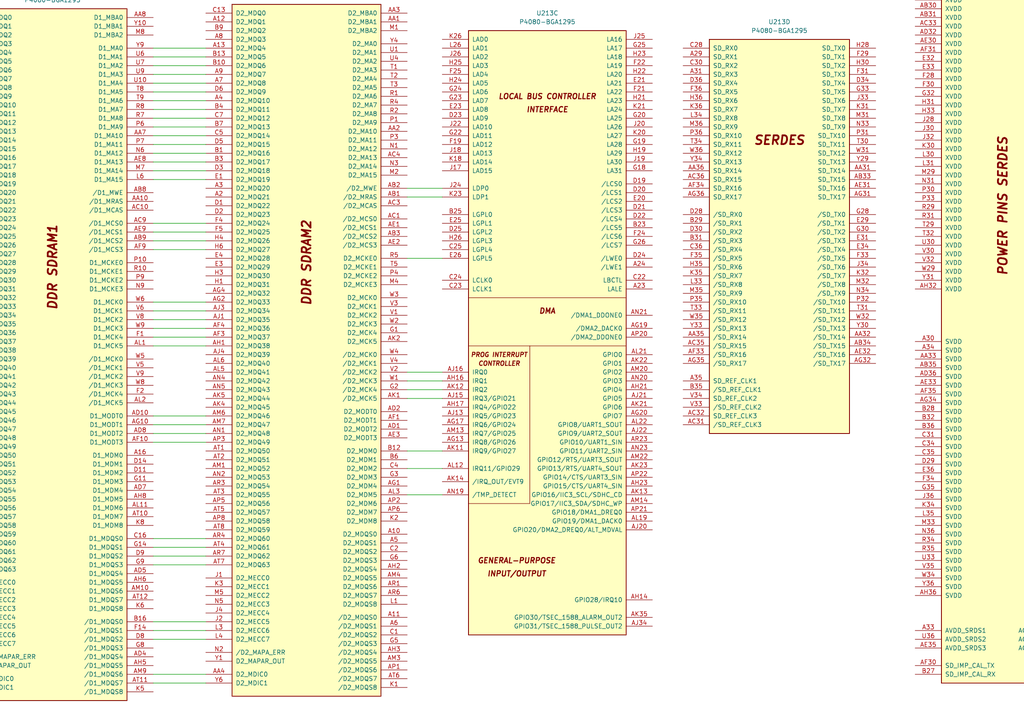
<source format=kicad_sch>
(kicad_sch (version 20250114) (generator "eeschema") (generator_version "9.0")
  (paper "A4")
  (lib_symbols
    (symbol "CPU:P4080-BGA1295" (pin_names (offset 1.016))
      (property "Reference" "U" (at 1.27 19.05 0))
      (property "Value" "P4080-BGA1295" (at 1.27 16.51 0))
      (symbol "P4080-BGA1295_1_1"
        (text "DDR SDRAM1" (at 1.27 26.67 900) (effects (font (size 2.54 2.54) (bold yes) (italic yes))))
        (pin bidirectional line (at -27.94 99.06 0) (length 7.62) (name "D1_MDQ0") (number "A17"))
        (pin bidirectional line (at -27.94 96.52 0) (length 7.62) (name "D1_MDQ1") (number "D17"))
        (pin bidirectional line (at -27.94 93.98 0) (length 7.62) (name "D1_MDQ2") (number "C14"))
        (pin bidirectional line (at -27.94 91.44 0) (length 7.62) (name "D1_MDQ3") (number "A14"))
        (pin bidirectional line (at -27.94 88.9 0) (length 7.62) (name "D1_MDQ4") (number "C17"))
        (pin bidirectional line (at -27.94 86.36 0) (length 7.62) (name "D1_MDQ5") (number "B17"))
        (pin bidirectional line (at -27.94 83.82 0) (length 7.62) (name "D1_MDQ6") (number "A15"))
        (pin bidirectional line (at -27.94 81.28 0) (length 7.62) (name "D1_MDQ7") (number "B15"))
        (pin bidirectional line (at -27.94 78.74 0) (length 7.62) (name "D1_MDQ8") (number "D15"))
        (pin bidirectional line (at -27.94 76.2 0) (length 7.62) (name "D1_MDQ9") (number "G15"))
        (pin bidirectional line (at -27.94 73.66 0) (length 7.62) (name "D1_MDQ10") (number "E12"))
        (pin bidirectional line (at -27.94 71.12 0) (length 7.62) (name "D1_MDQ11") (number "G12"))
        (pin bidirectional line (at -27.94 68.58 0) (length 7.62) (name "D1_MDQ12") (number "F16"))
        (pin bidirectional line (at -27.94 66.04 0) (length 7.62) (name "D1_MDQ13") (number "E15"))
        (pin bidirectional line (at -27.94 63.5 0) (length 7.62) (name "D1_MDQ14") (number "E13"))
        (pin bidirectional line (at -27.94 60.96 0) (length 7.62) (name "D1_MDQ15") (number "F13"))
        (pin bidirectional line (at -27.94 58.42 0) (length 7.62) (name "D1_MDQ16") (number "C8"))
        (pin bidirectional line (at -27.94 55.88 0) (length 7.62) (name "D1_MDQ17") (number "D12"))
        (pin bidirectional line (at -27.94 53.34 0) (length 7.62) (name "D1_MDQ18") (number "E9"))
        (pin bidirectional line (at -27.94 50.8 0) (length 7.62) (name "D1_MDQ19") (number "E10"))
        (pin bidirectional line (at -27.94 48.26 0) (length 7.62) (name "D1_MDQ20") (number "C11"))
        (pin bidirectional line (at -27.94 45.72 0) (length 7.62) (name "D1_MDQ21") (number "C10"))
        (pin bidirectional line (at -27.94 43.18 0) (length 7.62) (name "D1_MDQ22") (number "E6"))
        (pin bidirectional line (at -27.94 40.64 0) (length 7.62) (name "D1_MDQ23") (number "E7"))
        (pin bidirectional line (at -27.94 38.1 0) (length 7.62) (name "D1_MDQ24") (number "F7"))
        (pin bidirectional line (at -27.94 35.56 0) (length 7.62) (name "D1_MDQ25") (number "F11"))
        (pin bidirectional line (at -27.94 33.02 0) (length 7.62) (name "D1_MDQ26") (number "H10"))
        (pin bidirectional line (at -27.94 30.48 0) (length 7.62) (name "D1_MDQ27") (number "J10"))
        (pin bidirectional line (at -27.94 27.94 0) (length 7.62) (name "D1_MDQ28") (number "F10"))
        (pin bidirectional line (at -27.94 25.4 0) (length 7.62) (name "D1_MDQ29") (number "F8"))
        (pin bidirectional line (at -27.94 22.86 0) (length 7.62) (name "D1_MDQ30") (number "H7"))
        (pin bidirectional line (at -27.94 20.32 0) (length 7.62) (name "D1_MDQ31") (number "H9"))
        (pin bidirectional line (at -27.94 17.78 0) (length 7.62) (name "D1_MDQ32") (number "AC7"))
        (pin bidirectional line (at -27.94 15.24 0) (length 7.62) (name "D1_MDQ33") (number "AC6"))
        (pin bidirectional line (at -27.94 12.7 0) (length 7.62) (name "D1_MDQ34") (number "AF6"))
        (pin bidirectional line (at -27.94 10.16 0) (length 7.62) (name "D1_MDQ35") (number "AF7"))
        (pin bidirectional line (at -27.94 7.62 0) (length 7.62) (name "D1_MDQ36") (number "AB5"))
        (pin bidirectional line (at -27.94 5.08 0) (length 7.62) (name "D1_MDQ37") (number "AB6"))
        (pin bidirectional line (at -27.94 2.54 0) (length 7.62) (name "D1_MDQ38") (number "AE5"))
        (pin bidirectional line (at -27.94 0 0) (length 7.62) (name "D1_MDQ39") (number "AE6"))
        (pin bidirectional line (at -27.94 -2.54 0) (length 7.62) (name "D1_MDQ40") (number "AG5"))
        (pin bidirectional line (at -27.94 -5.08 0) (length 7.62) (name "D1_MDQ41") (number "AH9"))
        (pin bidirectional line (at -27.94 -7.62 0) (length 7.62) (name "D1_MDQ42") (number "AJ9"))
        (pin bidirectional line (at -27.94 -10.16 0) (length 7.62) (name "D1_MDQ43") (number "AJ10"))
        (pin bidirectional line (at -27.94 -12.7 0) (length 7.62) (name "D1_MDQ44") (number "AG8"))
        (pin bidirectional line (at -27.94 -15.24 0) (length 7.62) (name "D1_MDQ45") (number "AG7"))
        (pin bidirectional line (at -27.94 -17.78 0) (length 7.62) (name "D1_MDQ46") (number "AJ6"))
        (pin bidirectional line (at -27.94 -20.32 0) (length 7.62) (name "D1_MDQ47") (number "AJ7"))
        (pin bidirectional line (at -27.94 -22.86 0) (length 7.62) (name "D1_MDQ48") (number "AL9"))
        (pin bidirectional line (at -27.94 -25.4 0) (length 7.62) (name "D1_MDQ49") (number "AL8"))
        (pin bidirectional line (at -27.94 -27.94 0) (length 7.62) (name "D1_MDQ50") (number "AN10"))
        (pin bidirectional line (at -27.94 -30.48 0) (length 7.62) (name "D1_MDQ51") (number "AN11"))
        (pin bidirectional line (at -27.94 -33.02 0) (length 7.62) (name "D1_MDQ52") (number "AK8"))
        (pin bidirectional line (at -27.94 -35.56 0) (length 7.62) (name "D1_MDQ53") (number "AK7"))
        (pin bidirectional line (at -27.94 -38.1 0) (length 7.62) (name "D1_MDQ54") (number "AN7"))
        (pin bidirectional line (at -27.94 -40.64 0) (length 7.62) (name "D1_MDQ55") (number "AN8"))
        (pin bidirectional line (at -27.94 -43.18 0) (length 7.62) (name "D1_MDQ56") (number "AT9"))
        (pin bidirectional line (at -27.94 -45.72 0) (length 7.62) (name "D1_MDQ57") (number "AR10"))
        (pin bidirectional line (at -27.94 -48.26 0) (length 7.62) (name "D1_MDQ58") (number "AT13"))
        (pin bidirectional line (at -27.94 -50.8 0) (length 7.62) (name "D1_MDQ59") (number "AR13"))
        (pin bidirectional line (at -27.94 -53.34 0) (length 7.62) (name "D1_MDQ60") (number "AP9"))
        (pin bidirectional line (at -27.94 -55.88 0) (length 7.62) (name "D1_MDQ61") (number "AR9"))
        (pin bidirectional line (at -27.94 -58.42 0) (length 7.62) (name "D1_MDQ62") (number "AR12"))
        (pin bidirectional line (at -27.94 -60.96 0) (length 7.62) (name "D1_MDQ63") (number "AP12"))
        (pin bidirectional line (at -27.94 -64.77 0) (length 7.62) (name "D1_MECC0") (number "K9"))
        (pin bidirectional line (at -27.94 -67.31 0) (length 7.62) (name "D1_MECC1") (number "J5"))
        (pin bidirectional line (at -27.94 -69.85 0) (length 7.62) (name "D1_MECC2") (number "L10"))
        (pin bidirectional line (at -27.94 -72.39 0) (length 7.62) (name "D1_MECC3") (number "M10"))
        (pin bidirectional line (at -27.94 -74.93 0) (length 7.62) (name "D1_MECC4") (number "J8"))
        (pin bidirectional line (at -27.94 -77.47 0) (length 7.62) (name "D1_MECC5") (number "J7"))
        (pin bidirectional line (at -27.94 -80.01 0) (length 7.62) (name "D1_MECC6") (number "L7"))
        (pin bidirectional line (at -27.94 -82.55 0) (length 7.62) (name "D1_MECC7") (number "L9"))
        (pin input line (at -27.94 -86.36 0) (length 7.62) (name "/D1_MAPAR_ERR") (number "N8"))
        (pin output line (at -27.94 -88.9 0) (length 7.62) (name "D1_MAPAR_OUT") (number "Y7"))
        (pin bidirectional line (at -27.94 -92.71 0) (length 7.62) (name "D1_MDIC0") (number "T6"))
        (pin bidirectional line (at -27.94 -95.25 0) (length 7.62) (name "D1_MDIC1") (number "AA5"))
        (pin output line (at 30.48 99.06 180) (length 7.62) (name "D1_MBA0") (number "AA8"))
        (pin output line (at 30.48 96.52 180) (length 7.62) (name "D1_MBA1") (number "Y10"))
        (pin output line (at 30.48 93.98 180) (length 7.62) (name "D1_MBA2") (number "M8"))
        (pin output line (at 30.48 90.17 180) (length 7.62) (name "D1_MA0") (number "Y9"))
        (pin output line (at 30.48 87.63 180) (length 7.62) (name "D1_MA1") (number "U6"))
        (pin output line (at 30.48 85.09 180) (length 7.62) (name "D1_MA2") (number "U7"))
        (pin output line (at 30.48 82.55 180) (length 7.62) (name "D1_MA3") (number "U9"))
        (pin output line (at 30.48 80.01 180) (length 7.62) (name "D1_MA4") (number "U10"))
        (pin output line (at 30.48 77.47 180) (length 7.62) (name "D1_MA5") (number "T8"))
        (pin output line (at 30.48 74.93 180) (length 7.62) (name "D1_MA6") (number "T9"))
        (pin output line (at 30.48 72.39 180) (length 7.62) (name "D1_MA7") (number "R8"))
        (pin output line (at 30.48 69.85 180) (length 7.62) (name "D1_MA8") (number "R7"))
        (pin output line (at 30.48 67.31 180) (length 7.62) (name "D1_MA9") (number "P6"))
        (pin output line (at 30.48 64.77 180) (length 7.62) (name "D1_MA10") (number "AA7"))
        (pin output line (at 30.48 62.23 180) (length 7.62) (name "D1_MA11") (number "P7"))
        (pin output line (at 30.48 59.69 180) (length 7.62) (name "D1_MA12") (number "N6"))
        (pin output line (at 30.48 57.15 180) (length 7.62) (name "D1_MA13") (number "AE8"))
        (pin output line (at 30.48 54.61 180) (length 7.62) (name "D1_MA14") (number "M7"))
        (pin output line (at 30.48 52.07 180) (length 7.62) (name "D1_MA15") (number "L6"))
        (pin output line (at 30.48 48.26 180) (length 7.62) (name "/D1_MWE") (number "AB8"))
        (pin output line (at 30.48 45.72 180) (length 7.62) (name "/D1_MRAS") (number "AA10"))
        (pin output line (at 30.48 43.18 180) (length 7.62) (name "/D1_MCAS") (number "AC10"))
        (pin output line (at 30.48 39.37 180) (length 7.62) (name "/D1_MCS0") (number "AC9"))
        (pin output line (at 30.48 36.83 180) (length 7.62) (name "/D1_MCS1") (number "AE9"))
        (pin output line (at 30.48 34.29 180) (length 7.62) (name "/D1_MCS2") (number "AB9"))
        (pin output line (at 30.48 31.75 180) (length 7.62) (name "/D1_MCS3") (number "AF9"))
        (pin output line (at 30.48 27.94 180) (length 7.62) (name "D1_MCKE0") (number "P10"))
        (pin output line (at 30.48 25.4 180) (length 7.62) (name "D1_MCKE1") (number "R10"))
        (pin output line (at 30.48 22.86 180) (length 7.62) (name "D1_MCKE2") (number "P9"))
        (pin output line (at 30.48 20.32 180) (length 7.62) (name "D1_MCKE3") (number "N9"))
        (pin output line (at 30.48 16.51 180) (length 7.62) (name "D1_MCK0") (number "W6"))
        (pin output line (at 30.48 13.97 180) (length 7.62) (name "D1_MCK1") (number "V6"))
        (pin output line (at 30.48 11.43 180) (length 7.62) (name "D1_MCK2") (number "V8"))
        (pin output line (at 30.48 8.89 180) (length 7.62) (name "D1_MCK3") (number "W9"))
        (pin output line (at 30.48 6.35 180) (length 7.62) (name "D1_MCK4") (number "F1"))
        (pin output line (at 30.48 3.81 180) (length 7.62) (name "D1_MCK5") (number "AL1"))
        (pin output line (at 30.48 0 180) (length 7.62) (name "/D1_MCK0") (number "W5"))
        (pin output line (at 30.48 -2.54 180) (length 7.62) (name "/D1_MCK1") (number "V5"))
        (pin output line (at 30.48 -5.08 180) (length 7.62) (name "/D1_MCK2") (number "V9"))
        (pin output line (at 30.48 -7.62 180) (length 7.62) (name "/D1_MCK3") (number "W8"))
        (pin output line (at 30.48 -10.16 180) (length 7.62) (name "/D1_MCK4") (number "F2"))
        (pin output line (at 30.48 -12.7 180) (length 7.62) (name "/D1_MCK5") (number "AL2"))
        (pin output line (at 30.48 -16.51 180) (length 7.62) (name "D1_MODT0") (number "AD10"))
        (pin output line (at 30.48 -19.05 180) (length 7.62) (name "D1_MODT1") (number "AG10"))
        (pin output line (at 30.48 -21.59 180) (length 7.62) (name "D1_MODT2") (number "AD8"))
        (pin output line (at 30.48 -24.13 180) (length 7.62) (name "D1_MODT3") (number "AF10"))
        (pin output line (at 30.48 -27.94 180) (length 7.62) (name "D1_MDM0") (number "A16"))
        (pin output line (at 30.48 -30.48 180) (length 7.62) (name "D1_MDM1") (number "D14"))
        (pin output line (at 30.48 -33.02 180) (length 7.62) (name "D1_MDM2") (number "D11"))
        (pin output line (at 30.48 -35.56 180) (length 7.62) (name "D1_MDM3") (number "G11"))
        (pin output line (at 30.48 -38.1 180) (length 7.62) (name "D1_MDM4") (number "AD7"))
        (pin output line (at 30.48 -40.64 180) (length 7.62) (name "D1_MDM5") (number "AH8"))
        (pin output line (at 30.48 -43.18 180) (length 7.62) (name "D1_MDM6") (number "AL11"))
        (pin output line (at 30.48 -45.72 180) (length 7.62) (name "D1_MDM7") (number "AT10"))
        (pin output line (at 30.48 -48.26 180) (length 7.62) (name "D1_MDM8") (number "K8"))
        (pin bidirectional line (at 30.48 -52.07 180) (length 7.62) (name "D1_MDQS0") (number "C16"))
        (pin bidirectional line (at 30.48 -54.61 180) (length 7.62) (name "D1_MDQS1") (number "G14"))
        (pin bidirectional line (at 30.48 -57.15 180) (length 7.62) (name "D1_MDQS2") (number "D9"))
        (pin bidirectional line (at 30.48 -59.69 180) (length 7.62) (name "D1_MDQS3") (number "G9"))
        (pin bidirectional line (at 30.48 -62.23 180) (length 7.62) (name "D1_MDQS4") (number "AD5"))
        (pin bidirectional line (at 30.48 -64.77 180) (length 7.62) (name "D1_MDQS5") (number "AH6"))
        (pin bidirectional line (at 30.48 -67.31 180) (length 7.62) (name "D1_MDQS6") (number "AM10"))
        (pin bidirectional line (at 30.48 -69.85 180) (length 7.62) (name "D1_MDQS7") (number "AT12"))
        (pin bidirectional line (at 30.48 -72.39 180) (length 7.62) (name "D1_MDQS8") (number "K6"))
        (pin bidirectional line (at 30.48 -76.2 180) (length 7.62) (name "/D1_MDQS0") (number "B16"))
        (pin bidirectional line (at 30.48 -78.74 180) (length 7.62) (name "/D1_MDQS1") (number "F14"))
        (pin bidirectional line (at 30.48 -81.28 180) (length 7.62) (name "/D1_MDQS2") (number "D8"))
        (pin bidirectional line (at 30.48 -83.82 180) (length 7.62) (name "/D1_MDQS3") (number "G8"))
        (pin bidirectional line (at 30.48 -86.36 180) (length 7.62) (name "/D1_MDQS4") (number "AD4"))
        (pin bidirectional line (at 30.48 -88.9 180) (length 7.62) (name "/D1_MDQS5") (number "AH5"))
        (pin bidirectional line (at 30.48 -91.44 180) (length 7.62) (name "/D1_MDQS6") (number "AM9"))
        (pin bidirectional line (at 30.48 -93.98 180) (length 7.62) (name "/D1_MDQS7") (number "AT11"))
        (pin bidirectional line (at 30.48 -96.52 180) (length 7.62) (name "/D1_MDQS8") (number "K5"))
      )
      (symbol "P4080-BGA1295_2_1"
        (text "DDR SDRAM2" (at 1.27 26.67 900) (effects (font (size 2.54 2.54) (bold yes) (italic yes))))
        (pin bidirectional line (at -27.94 99.06 0) (length 7.62) (name "D2_MDQ0") (number "C13"))
        (pin bidirectional line (at -27.94 96.52 0) (length 7.62) (name "D2_MDQ1") (number "A12"))
        (pin bidirectional line (at -27.94 93.98 0) (length 7.62) (name "D2_MDQ2") (number "B9"))
        (pin bidirectional line (at -27.94 91.44 0) (length 7.62) (name "D2_MDQ3") (number "A8"))
        (pin bidirectional line (at -27.94 88.9 0) (length 7.62) (name "D2_MDQ4") (number "A13"))
        (pin bidirectional line (at -27.94 86.36 0) (length 7.62) (name "D2_MDQ5") (number "B13"))
        (pin bidirectional line (at -27.94 83.82 0) (length 7.62) (name "D2_MDQ6") (number "B10"))
        (pin bidirectional line (at -27.94 81.28 0) (length 7.62) (name "D2_MDQ7") (number "A9"))
        (pin bidirectional line (at -27.94 78.74 0) (length 7.62) (name "D2_MDQ8") (number "A7"))
        (pin bidirectional line (at -27.94 76.2 0) (length 7.62) (name "D2_MDQ9") (number "D6"))
        (pin bidirectional line (at -27.94 73.66 0) (length 7.62) (name "D2_MDQ10") (number "A4"))
        (pin bidirectional line (at -27.94 71.12 0) (length 7.62) (name "D2_MDQ11") (number "B4"))
        (pin bidirectional line (at -27.94 68.58 0) (length 7.62) (name "D2_MDQ12") (number "C7"))
        (pin bidirectional line (at -27.94 66.04 0) (length 7.62) (name "D2_MDQ13") (number "B7"))
        (pin bidirectional line (at -27.94 63.5 0) (length 7.62) (name "D2_MDQ14") (number "C5"))
        (pin bidirectional line (at -27.94 60.96 0) (length 7.62) (name "D2_MDQ15") (number "D5"))
        (pin bidirectional line (at -27.94 58.42 0) (length 7.62) (name "D2_MDQ16") (number "B1"))
        (pin bidirectional line (at -27.94 55.88 0) (length 7.62) (name "D2_MDQ17") (number "B3"))
        (pin bidirectional line (at -27.94 53.34 0) (length 7.62) (name "D2_MDQ18") (number "D3"))
        (pin bidirectional line (at -27.94 50.8 0) (length 7.62) (name "D2_MDQ19") (number "E1"))
        (pin bidirectional line (at -27.94 48.26 0) (length 7.62) (name "D2_MDQ20") (number "A3"))
        (pin bidirectional line (at -27.94 45.72 0) (length 7.62) (name "D2_MDQ21") (number "A2"))
        (pin bidirectional line (at -27.94 43.18 0) (length 7.62) (name "D2_MDQ22") (number "D1"))
        (pin bidirectional line (at -27.94 40.64 0) (length 7.62) (name "D2_MDQ23") (number "D2"))
        (pin bidirectional line (at -27.94 38.1 0) (length 7.62) (name "D2_MDQ24") (number "F4"))
        (pin bidirectional line (at -27.94 35.56 0) (length 7.62) (name "D2_MDQ25") (number "F5"))
        (pin bidirectional line (at -27.94 33.02 0) (length 7.62) (name "D2_MDQ26") (number "H4"))
        (pin bidirectional line (at -27.94 30.48 0) (length 7.62) (name "D2_MDQ27") (number "H6"))
        (pin bidirectional line (at -27.94 27.94 0) (length 7.62) (name "D2_MDQ28") (number "E4"))
        (pin bidirectional line (at -27.94 25.4 0) (length 7.62) (name "D2_MDQ29") (number "E3"))
        (pin bidirectional line (at -27.94 22.86 0) (length 7.62) (name "D2_MDQ30") (number "H3"))
        (pin bidirectional line (at -27.94 20.32 0) (length 7.62) (name "D2_MDQ31") (number "H1"))
        (pin bidirectional line (at -27.94 17.78 0) (length 7.62) (name "D2_MDQ32") (number "AG4"))
        (pin bidirectional line (at -27.94 15.24 0) (length 7.62) (name "D2_MDQ33") (number "AG2"))
        (pin bidirectional line (at -27.94 12.7 0) (length 7.62) (name "D2_MDQ34") (number "AJ3"))
        (pin bidirectional line (at -27.94 10.16 0) (length 7.62) (name "D2_MDQ35") (number "AJ1"))
        (pin bidirectional line (at -27.94 7.62 0) (length 7.62) (name "D2_MDQ36") (number "AF4"))
        (pin bidirectional line (at -27.94 5.08 0) (length 7.62) (name "D2_MDQ37") (number "AF3"))
        (pin bidirectional line (at -27.94 2.54 0) (length 7.62) (name "D2_MDQ38") (number "AH1"))
        (pin bidirectional line (at -27.94 0 0) (length 7.62) (name "D2_MDQ39") (number "AJ4"))
        (pin bidirectional line (at -27.94 -2.54 0) (length 7.62) (name "D2_MDQ40") (number "AL6"))
        (pin bidirectional line (at -27.94 -5.08 0) (length 7.62) (name "D2_MDQ41") (number "AL5"))
        (pin bidirectional line (at -27.94 -7.62 0) (length 7.62) (name "D2_MDQ42") (number "AN4"))
        (pin bidirectional line (at -27.94 -10.16 0) (length 7.62) (name "D2_MDQ43") (number "AN5"))
        (pin bidirectional line (at -27.94 -12.7 0) (length 7.62) (name "D2_MDQ44") (number "AK5"))
        (pin bidirectional line (at -27.94 -15.24 0) (length 7.62) (name "D2_MDQ45") (number "AK4"))
        (pin bidirectional line (at -27.94 -17.78 0) (length 7.62) (name "D2_MDQ46") (number "AM6"))
        (pin bidirectional line (at -27.94 -20.32 0) (length 7.62) (name "D2_MDQ47") (number "AM7"))
        (pin bidirectional line (at -27.94 -22.86 0) (length 7.62) (name "D2_MDQ48") (number "AN1"))
        (pin bidirectional line (at -27.94 -25.4 0) (length 7.62) (name "D2_MDQ49") (number "AP3"))
        (pin bidirectional line (at -27.94 -27.94 0) (length 7.62) (name "D2_MDQ50") (number "AT1"))
        (pin bidirectional line (at -27.94 -30.48 0) (length 7.62) (name "D2_MDQ51") (number "AT2"))
        (pin bidirectional line (at -27.94 -33.02 0) (length 7.62) (name "D2_MDQ52") (number "AM1"))
        (pin bidirectional line (at -27.94 -35.56 0) (length 7.62) (name "D2_MDQ53") (number "AN2"))
        (pin bidirectional line (at -27.94 -38.1 0) (length 7.62) (name "D2_MDQ54") (number "AR3"))
        (pin bidirectional line (at -27.94 -40.64 0) (length 7.62) (name "D2_MDQ55") (number "AT3"))
        (pin bidirectional line (at -27.94 -43.18 0) (length 7.62) (name "D2_MDQ56") (number "AP5"))
        (pin bidirectional line (at -27.94 -45.72 0) (length 7.62) (name "D2_MDQ57") (number "AT5"))
        (pin bidirectional line (at -27.94 -48.26 0) (length 7.62) (name "D2_MDQ58") (number "AP8"))
        (pin bidirectional line (at -27.94 -50.8 0) (length 7.62) (name "D2_MDQ59") (number "AT8"))
        (pin bidirectional line (at -27.94 -53.34 0) (length 7.62) (name "D2_MDQ60") (number "AR4"))
        (pin bidirectional line (at -27.94 -55.88 0) (length 7.62) (name "D2_MDQ61") (number "AT4"))
        (pin bidirectional line (at -27.94 -58.42 0) (length 7.62) (name "D2_MDQ62") (number "AR7"))
        (pin bidirectional line (at -27.94 -60.96 0) (length 7.62) (name "D2_MDQ63") (number "AT7"))
        (pin bidirectional line (at -27.94 -64.77 0) (length 7.62) (name "D2_MECC0") (number "J1"))
        (pin bidirectional line (at -27.94 -67.31 0) (length 7.62) (name "D2_MECC1") (number "K3"))
        (pin bidirectional line (at -27.94 -69.85 0) (length 7.62) (name "D2_MECC2") (number "M5"))
        (pin bidirectional line (at -27.94 -72.39 0) (length 7.62) (name "D2_MECC3") (number "N5"))
        (pin bidirectional line (at -27.94 -74.93 0) (length 7.62) (name "D2_MECC4") (number "J4"))
        (pin bidirectional line (at -27.94 -77.47 0) (length 7.62) (name "D2_MECC5") (number "J2"))
        (pin bidirectional line (at -27.94 -80.01 0) (length 7.62) (name "D2_MECC6") (number "L3"))
        (pin bidirectional line (at -27.94 -82.55 0) (length 7.62) (name "D2_MECC7") (number "L4"))
        (pin input line (at -27.94 -86.36 0) (length 7.62) (name "/D2_MAPA_ERR") (number "N2"))
        (pin output line (at -27.94 -88.9 0) (length 7.62) (name "D2_MAPAR_OUT") (number "Y1"))
        (pin bidirectional line (at -27.94 -92.71 0) (length 7.62) (name "D2_MDIC0") (number "AA4"))
        (pin bidirectional line (at -27.94 -95.25 0) (length 7.62) (name "D2_MDIC1") (number "Y6"))
        (pin output line (at 30.48 99.06 180) (length 7.62) (name "D2_MBA0") (number "AA3"))
        (pin output line (at 30.48 96.52 180) (length 7.62) (name "D2_MBA1") (number "AA1"))
        (pin output line (at 30.48 93.98 180) (length 7.62) (name "D2_MBA2") (number "M1"))
        (pin output line (at 30.48 90.17 180) (length 7.62) (name "D2_MA0") (number "Y4"))
        (pin output line (at 30.48 87.63 180) (length 7.62) (name "D2_MA1") (number "U1"))
        (pin output line (at 30.48 85.09 180) (length 7.62) (name "D2_MA2") (number "U4"))
        (pin output line (at 30.48 82.55 180) (length 7.62) (name "D2_MA3") (number "T1"))
        (pin output line (at 30.48 80.01 180) (length 7.62) (name "D2_MA4") (number "T2"))
        (pin output line (at 30.48 77.47 180) (length 7.62) (name "D2_MA5") (number "T3"))
        (pin output line (at 30.48 74.93 180) (length 7.62) (name "D2_MA6") (number "R1"))
        (pin output line (at 30.48 72.39 180) (length 7.62) (name "D2_MA7") (number "R4"))
        (pin output line (at 30.48 69.85 180) (length 7.62) (name "D2_MA8") (number "R2"))
        (pin output line (at 30.48 67.31 180) (length 7.62) (name "D2_MA9") (number "P1"))
        (pin output line (at 30.48 64.77 180) (length 7.62) (name "D2_MA10") (number "AA2"))
        (pin output line (at 30.48 62.23 180) (length 7.62) (name "D2_MA11") (number "P3"))
        (pin output line (at 30.48 59.69 180) (length 7.62) (name "D2_MA12") (number "N1"))
        (pin output line (at 30.48 57.15 180) (length 7.62) (name "D2_MA13") (number "AC4"))
        (pin output line (at 30.48 54.61 180) (length 7.62) (name "D2_MA14") (number "N3"))
        (pin output line (at 30.48 52.07 180) (length 7.62) (name "D2_MA15") (number "M2"))
        (pin output line (at 30.48 48.26 180) (length 7.62) (name "/D2_MWE") (number "AB2"))
        (pin output line (at 30.48 45.72 180) (length 7.62) (name "/D2_MRAS") (number "AB1"))
        (pin output line (at 30.48 43.18 180) (length 7.62) (name "/D2_MCAS") (number "AC3"))
        (pin output line (at 30.48 39.37 180) (length 7.62) (name "/D2_MCS0") (number "AC1"))
        (pin output line (at 30.48 36.83 180) (length 7.62) (name "/D2_MCS1") (number "AE1"))
        (pin output line (at 30.48 34.29 180) (length 7.62) (name "/D2_MCS2") (number "AB3"))
        (pin output line (at 30.48 31.75 180) (length 7.62) (name "/D2_MCS3") (number "AE2"))
        (pin output line (at 30.48 27.94 180) (length 7.62) (name "D2_MCKE0") (number "R5"))
        (pin output line (at 30.48 25.4 180) (length 7.62) (name "D2_MCKE1") (number "T5"))
        (pin output line (at 30.48 22.86 180) (length 7.62) (name "D2_MCKE2") (number "P4"))
        (pin output line (at 30.48 20.32 180) (length 7.62) (name "D2_MCKE3") (number "M4"))
        (pin output line (at 30.48 16.51 180) (length 7.62) (name "D2_MCK0") (number "W3"))
        (pin output line (at 30.48 13.97 180) (length 7.62) (name "D2_MCK1") (number "V3"))
        (pin output line (at 30.48 11.43 180) (length 7.62) (name "D2_MCK2") (number "V1"))
        (pin output line (at 30.48 8.89 180) (length 7.62) (name "D2_MCK3") (number "W2"))
        (pin output line (at 30.48 6.35 180) (length 7.62) (name "D2_MCK4") (number "G1"))
        (pin output line (at 30.48 3.81 180) (length 7.62) (name "D2_MCK5") (number "AK2"))
        (pin output line (at 30.48 0 180) (length 7.62) (name "/D2_MCK0") (number "W4"))
        (pin output line (at 30.48 -2.54 180) (length 7.62) (name "/D2_MCK1") (number "V4"))
        (pin output line (at 30.48 -5.08 180) (length 7.62) (name "/D2_MCK2") (number "V2"))
        (pin output line (at 30.48 -7.62 180) (length 7.62) (name "/D2_MCK3") (number "W1"))
        (pin output line (at 30.48 -10.16 180) (length 7.62) (name "/D2_MCK4") (number "G2"))
        (pin output line (at 30.48 -12.7 180) (length 7.62) (name "/D2_MCK5") (number "AK1"))
        (pin output line (at 30.48 -16.51 180) (length 7.62) (name "D2_MODT0") (number "AD2"))
        (pin output line (at 30.48 -19.05 180) (length 7.62) (name "D2_MODT1") (number "AF1"))
        (pin output line (at 30.48 -21.59 180) (length 7.62) (name "D2_MODT2") (number "AD1"))
        (pin output line (at 30.48 -24.13 180) (length 7.62) (name "D2_MODT3") (number "AE3"))
        (pin output line (at 30.48 -27.94 180) (length 7.62) (name "D2_MDM0") (number "B12"))
        (pin output line (at 30.48 -30.48 180) (length 7.62) (name "D2_MDM1") (number "B6"))
        (pin output line (at 30.48 -33.02 180) (length 7.62) (name "D2_MDM2") (number "C4"))
        (pin output line (at 30.48 -35.56 180) (length 7.62) (name "D2_MDM3") (number "G3"))
        (pin output line (at 30.48 -38.1 180) (length 7.62) (name "D2_MDM4") (number "AG1"))
        (pin output line (at 30.48 -40.64 180) (length 7.62) (name "D2_MDM5") (number "AL3"))
        (pin output line (at 30.48 -43.18 180) (length 7.62) (name "D2_MDM6") (number "AP2"))
        (pin output line (at 30.48 -45.72 180) (length 7.62) (name "D2_MDM7") (number "AP6"))
        (pin output line (at 30.48 -48.26 180) (length 7.62) (name "D2_MDM8") (number "K2"))
        (pin bidirectional line (at 30.48 -52.07 180) (length 7.62) (name "D2_MDQS0") (number "A10"))
        (pin bidirectional line (at 30.48 -54.61 180) (length 7.62) (name "D2_MDQS1") (number "A5"))
        (pin bidirectional line (at 30.48 -57.15 180) (length 7.62) (name "D2_MDQS2") (number "C2"))
        (pin bidirectional line (at 30.48 -59.69 180) (length 7.62) (name "D2_MDQS3") (number "G6"))
        (pin bidirectional line (at 30.48 -62.23 180) (length 7.62) (name "D2_MDQS4") (number "AH2"))
        (pin bidirectional line (at 30.48 -64.77 180) (length 7.62) (name "D2_MDQS5") (number "AM4"))
        (pin bidirectional line (at 30.48 -67.31 180) (length 7.62) (name "D2_MDQS6") (number "AR1"))
        (pin bidirectional line (at 30.48 -69.85 180) (length 7.62) (name "D2_MDQS7") (number "AR6"))
        (pin bidirectional line (at 30.48 -72.39 180) (length 7.62) (name "D2_MDQS8") (number "L1"))
        (pin bidirectional line (at 30.48 -76.2 180) (length 7.62) (name "/D2_MDQS0") (number "A11"))
        (pin bidirectional line (at 30.48 -78.74 180) (length 7.62) (name "/D2_MDQS1") (number "A6"))
        (pin bidirectional line (at 30.48 -81.28 180) (length 7.62) (name "/D2_MDQS2") (number "C1"))
        (pin bidirectional line (at 30.48 -83.82 180) (length 7.62) (name "/D2_MDQS3") (number "G5"))
        (pin bidirectional line (at 30.48 -86.36 180) (length 7.62) (name "/D2_MDQS4") (number "AH3"))
        (pin bidirectional line (at 30.48 -88.9 180) (length 7.62) (name "/D2_MDQS5") (number "AM3"))
        (pin bidirectional line (at 30.48 -91.44 180) (length 7.62) (name "/D2_MDQS6") (number "AP1"))
        (pin bidirectional line (at 30.48 -93.98 180) (length 7.62) (name "/D2_MDQS7") (number "AT6"))
        (pin bidirectional line (at 30.48 -96.52 180) (length 7.62) (name "/D2_MDQS8") (number "K1"))
      )
      (symbol "P4080-BGA1295_3_1"
        (text "PROG INTERRUPT" (at -13.97 -5.08 0) (effects (font (size 1.27 1.27) (bold yes) (italic yes))))
        (text "CONTROLLER" (at -13.97 -7.62 0) (effects (font (size 1.27 1.27) (bold yes) (italic yes))))
        (text "GENERAL-PURPOSE" (at -8.89 -64.77 0) (effects (font (size 1.524 1.524) (bold yes) (italic yes))))
        (text "INPUT/OUTPUT" (at -8.89 -68.58 0) (effects (font (size 1.524 1.524) (bold yes) (italic yes))))
        (text "LOCAL BUS CONTROLLER" (at 0 69.85 0) (effects (font (size 1.524 1.524) (bold yes) (italic yes))))
        (text "INTERFACE" (at 0 66.04 0) (effects (font (size 1.524 1.524) (bold yes) (italic yes))))
        (text "DMA" (at 0 7.62 0) (effects (font (size 1.524 1.524) (bold yes) (italic yes))))
        (pin bidirectional line (at -30.48 86.36 0) (length 7.62) (name "LAD0") (number "K26"))
        (pin bidirectional line (at -30.48 83.82 0) (length 7.62) (name "LAD1") (number "L26"))
        (pin bidirectional line (at -30.48 81.28 0) (length 7.62) (name "LAD2") (number "J26"))
        (pin bidirectional line (at -30.48 78.74 0) (length 7.62) (name "LAD3") (number "H25"))
        (pin bidirectional line (at -30.48 76.2 0) (length 7.62) (name "LAD4") (number "F25"))
        (pin bidirectional line (at -30.48 73.66 0) (length 7.62) (name "LAD5") (number "H24"))
        (pin bidirectional line (at -30.48 71.12 0) (length 7.62) (name "LAD6") (number "G24"))
        (pin bidirectional line (at -30.48 68.58 0) (length 7.62) (name "LAD7") (number "G23"))
        (pin bidirectional line (at -30.48 66.04 0) (length 7.62) (name "LAD8") (number "E23"))
        (pin bidirectional line (at -30.48 63.5 0) (length 7.62) (name "LAD9") (number "D23"))
        (pin bidirectional line (at -30.48 60.96 0) (length 7.62) (name "LAD10") (number "J22"))
        (pin bidirectional line (at -30.48 58.42 0) (length 7.62) (name "LAD11") (number "G22"))
        (pin bidirectional line (at -30.48 55.88 0) (length 7.62) (name "LAD12") (number "F19"))
        (pin bidirectional line (at -30.48 53.34 0) (length 7.62) (name "LAD13") (number "J18"))
        (pin bidirectional line (at -30.48 50.8 0) (length 7.62) (name "LAD14") (number "K18"))
        (pin bidirectional line (at -30.48 48.26 0) (length 7.62) (name "LAD15") (number "J17"))
        (pin bidirectional line (at -30.48 43.18 0) (length 7.62) (name "LDP0") (number "J24"))
        (pin bidirectional line (at -30.48 40.64 0) (length 7.62) (name "LDP1") (number "K23"))
        (pin output line (at -30.48 35.56 0) (length 7.62) (name "LGPL0") (number "B25"))
        (pin output line (at -30.48 33.02 0) (length 7.62) (name "LGPL1") (number "E25"))
        (pin output line (at -30.48 30.48 0) (length 7.62) (name "LGPL2") (number "D25"))
        (pin output line (at -30.48 27.94 0) (length 7.62) (name "LGPL3") (number "H26"))
        (pin bidirectional line (at -30.48 25.4 0) (length 7.62) (name "LGPL4") (number "C25"))
        (pin output line (at -30.48 22.86 0) (length 7.62) (name "LGPL5") (number "E26"))
        (pin output line (at -30.48 16.51 0) (length 7.62) (name "LCLK0") (number "C24"))
        (pin output line (at -30.48 13.97 0) (length 7.62) (name "LCLK1") (number "C23"))
        (pin input line (at -30.48 -10.16 0) (length 7.62) (name "IRQ0") (number "AJ16"))
        (pin input line (at -30.48 -12.7 0) (length 7.62) (name "IRQ1") (number "AH16"))
        (pin input line (at -30.48 -15.24 0) (length 7.62) (name "IRQ2") (number "AK12"))
        (pin input line (at -30.48 -17.78 0) (length 7.62) (name "IRQ3/GPIO21") (number "AJ15"))
        (pin input line (at -30.48 -20.32 0) (length 7.62) (name "IRQ4/GPIO22") (number "AH17"))
        (pin input line (at -30.48 -22.86 0) (length 7.62) (name "IRQ5/GPIO23") (number "AJ13"))
        (pin input line (at -30.48 -25.4 0) (length 7.62) (name "IRQ6/GPIO24") (number "AG17"))
        (pin input line (at -30.48 -27.94 0) (length 7.62) (name "IRQ7/GPIO25") (number "AM13"))
        (pin input line (at -30.48 -30.48 0) (length 7.62) (name "IRQ8/GPIO26") (number "AG13"))
        (pin input line (at -30.48 -33.02 0) (length 7.62) (name "IRQ9/GPIO27") (number "AK11"))
        (pin input line (at -30.48 -38.1 0) (length 7.62) (name "IRQ11/GPIO29") (number "AL12"))
        (pin output line (at -30.48 -41.91 0) (length 7.62) (name "/IRQ_OUT/EVT9") (number "AK14"))
        (pin input line (at -30.48 -45.72 0) (length 7.62) (name "/TMP_DETECT") (number "AN19"))
        (pin output line (at 30.48 86.36 180) (length 7.62) (name "LA16") (number "J25"))
        (pin output line (at 30.48 83.82 180) (length 7.62) (name "LA17") (number "G25"))
        (pin output line (at 30.48 81.28 180) (length 7.62) (name "LA18") (number "H23"))
        (pin output line (at 30.48 78.74 180) (length 7.62) (name "LA19") (number "F22"))
        (pin output line (at 30.48 76.2 180) (length 7.62) (name "LA20") (number "H22"))
        (pin output line (at 30.48 73.66 180) (length 7.62) (name "LA21") (number "E21"))
        (pin output line (at 30.48 71.12 180) (length 7.62) (name "LA22") (number "F21"))
        (pin output line (at 30.48 68.58 180) (length 7.62) (name "LA23") (number "H21"))
        (pin output line (at 30.48 66.04 180) (length 7.62) (name "LA24") (number "K21"))
        (pin output line (at 30.48 63.5 180) (length 7.62) (name "LA25") (number "G20"))
        (pin output line (at 30.48 60.96 180) (length 7.62) (name "LA26") (number "J20"))
        (pin output line (at 30.48 58.42 180) (length 7.62) (name "LA27") (number "K20"))
        (pin output line (at 30.48 55.88 180) (length 7.62) (name "LA28") (number "G19"))
        (pin output line (at 30.48 53.34 180) (length 7.62) (name "LA29") (number "H19"))
        (pin output line (at 30.48 50.8 180) (length 7.62) (name "LA30") (number "J19"))
        (pin output line (at 30.48 48.26 180) (length 7.62) (name "LA31") (number "G18"))
        (pin output line (at 30.48 44.45 180) (length 7.62) (name "/LCS0") (number "D19"))
        (pin output line (at 30.48 41.91 180) (length 7.62) (name "/LCS1") (number "D20"))
        (pin output line (at 30.48 39.37 180) (length 7.62) (name "/LCS2") (number "E20"))
        (pin output line (at 30.48 36.83 180) (length 7.62) (name "/LCS3") (number "D21"))
        (pin output line (at 30.48 34.29 180) (length 7.62) (name "/LCS4") (number "D22"))
        (pin output line (at 30.48 31.75 180) (length 7.62) (name "/LCS5") (number "B23"))
        (pin output line (at 30.48 29.21 180) (length 7.62) (name "/LCS6") (number "F24"))
        (pin output line (at 30.48 26.67 180) (length 7.62) (name "/LCS7") (number "G26"))
        (pin output line (at 30.48 22.86 180) (length 7.62) (name "/LWE0") (number "D24"))
        (pin output line (at 30.48 20.32 180) (length 7.62) (name "/LWE1") (number "A24"))
        (pin output line (at 30.48 16.51 180) (length 7.62) (name "LBCTL") (number "C22"))
        (pin bidirectional line (at 30.48 13.97 180) (length 7.62) (name "LALE") (number "A23"))
        (pin output line (at 30.48 6.35 180) (length 7.62) (name "/DMA1_DDONE0") (number "AN21"))
        (pin output line (at 30.48 2.54 180) (length 7.62) (name "/DMA2_DACK0") (number "AG19"))
        (pin output line (at 30.48 0 180) (length 7.62) (name "/DMA2_DDONE0") (number "AP20"))
        (pin bidirectional line (at 30.48 -5.08 180) (length 7.62) (name "GPIO0") (number "AL21"))
        (pin bidirectional line (at 30.48 -7.62 180) (length 7.62) (name "GPIO1") (number "AK22"))
        (pin bidirectional line (at 30.48 -10.16 180) (length 7.62) (name "GPIO2") (number "AM20"))
        (pin bidirectional line (at 30.48 -12.7 180) (length 7.62) (name "GPIO3") (number "AN20"))
        (pin bidirectional line (at 30.48 -15.24 180) (length 7.62) (name "GPIO4") (number "AH21"))
        (pin bidirectional line (at 30.48 -17.78 180) (length 7.62) (name "GPIO5") (number "AJ21"))
        (pin bidirectional line (at 30.48 -20.32 180) (length 7.62) (name "GPIO6") (number "AK21"))
        (pin bidirectional line (at 30.48 -22.86 180) (length 7.62) (name "GPIO7") (number "AG20"))
        (pin bidirectional line (at 30.48 -25.4 180) (length 7.62) (name "GPIO8/UART1_SOUT") (number "AL22"))
        (pin bidirectional line (at 30.48 -27.94 180) (length 7.62) (name "GPIO9/UART2_SOUT") (number "AJ22"))
        (pin bidirectional line (at 30.48 -30.48 180) (length 7.62) (name "GPIO10/UART1_SIN") (number "AR23"))
        (pin bidirectional line (at 30.48 -33.02 180) (length 7.62) (name "GPIO11/UART2_SIN") (number "AN23"))
        (pin bidirectional line (at 30.48 -35.56 180) (length 7.62) (name "GPIO12/RTS/UART3_SOUT") (number "AM22"))
        (pin bidirectional line (at 30.48 -38.1 180) (length 7.62) (name "GPIO13/RTS/UART4_SOUT") (number "AK23"))
        (pin bidirectional line (at 30.48 -40.64 180) (length 7.62) (name "GPIO14/CTS/UART3_SIN") (number "AP22"))
        (pin bidirectional line (at 30.48 -43.18 180) (length 7.62) (name "GPIO15/CTS/UART4_SIN") (number "AH23"))
        (pin bidirectional line (at 30.48 -45.72 180) (length 7.62) (name "GPIO16/IIC3_SCL/SDHC_CD") (number "AK13"))
        (pin bidirectional line (at 30.48 -48.26 180) (length 7.62) (name "GPIO17/IIC3_SDA/SDHC_WP") (number "AM14"))
        (pin bidirectional line (at 30.48 -50.8 180) (length 7.62) (name "GPIO18/DMA1_DREQ0") (number "AP21"))
        (pin bidirectional line (at 30.48 -53.34 180) (length 7.62) (name "GPIO19/DMA1_DACK0") (number "AL19"))
        (pin bidirectional line (at 30.48 -55.88 180) (length 7.62) (name "GPIO20/DMA2_DREQ0/ALT_MDVAL") (number "AJ20"))
        (pin bidirectional line (at 30.48 -76.2 180) (length 7.62) (name "GPIO28/IRQ10") (number "AH14"))
        (pin bidirectional line (at 30.48 -81.28 180) (length 7.62) (name "GPIO30/TSEC_1588_ALARM_OUT2") (number "AK35"))
        (pin bidirectional line (at 30.48 -83.82 180) (length 7.62) (name "GPIO31/TSEC_1588_PULSE_OUT2") (number "AJ34"))
      )
      (symbol "P4080-BGA1295_4_1"
        (text "SERDES" (at 0 29.21 0) (effects (font (size 2.54 2.54) (bold yes) (italic yes))))
        (pin input line (at -27.94 55.88 0) (length 7.62) (name "SD_RX0") (number "C28"))
        (pin input line (at -27.94 53.34 0) (length 7.62) (name "SD_RX1") (number "A29"))
        (pin input line (at -27.94 50.8 0) (length 7.62) (name "SD_RX2") (number "C30"))
        (pin input line (at -27.94 48.26 0) (length 7.62) (name "SD_RX3") (number "A31"))
        (pin input line (at -27.94 45.72 0) (length 7.62) (name "SD_RX4") (number "D36"))
        (pin input line (at -27.94 43.18 0) (length 7.62) (name "SD_RX5") (number "F36"))
        (pin input line (at -27.94 40.64 0) (length 7.62) (name "SD_RX6") (number "H36"))
        (pin input line (at -27.94 38.1 0) (length 7.62) (name "SD_RX7") (number "K36"))
        (pin input line (at -27.94 35.56 0) (length 7.62) (name "SD_RX8") (number "L34"))
        (pin input line (at -27.94 33.02 0) (length 7.62) (name "SD_RX9") (number "M36"))
        (pin input line (at -27.94 30.48 0) (length 7.62) (name "SD_RX10") (number "P36"))
        (pin input line (at -27.94 27.94 0) (length 7.62) (name "SD_RX11") (number "T34"))
        (pin input line (at -27.94 25.4 0) (length 7.62) (name "SD_RX12") (number "W36"))
        (pin input line (at -27.94 22.86 0) (length 7.62) (name "SD_RX13") (number "Y34"))
        (pin input line (at -27.94 20.32 0) (length 7.62) (name "SD_RX14") (number "AA36"))
        (pin input line (at -27.94 17.78 0) (length 7.62) (name "SD_RX15") (number "AC36"))
        (pin input line (at -27.94 15.24 0) (length 7.62) (name "SD_RX16") (number "AF34"))
        (pin input line (at -27.94 12.7 0) (length 7.62) (name "SD_RX17") (number "AG36"))
        (pin input line (at -27.94 7.62 0) (length 7.62) (name "/SD_RX0") (number "D28"))
        (pin input line (at -27.94 5.08 0) (length 7.62) (name "/SD_RX1") (number "B29"))
        (pin input line (at -27.94 2.54 0) (length 7.62) (name "/SD_RX2") (number "D30"))
        (pin input line (at -27.94 0 0) (length 7.62) (name "/SD_RX3") (number "B31"))
        (pin input line (at -27.94 -2.54 0) (length 7.62) (name "/SD_RX4") (number "C36"))
        (pin input line (at -27.94 -5.08 0) (length 7.62) (name "/SD_RX5") (number "F35"))
        (pin input line (at -27.94 -7.62 0) (length 7.62) (name "/SD_RX6") (number "H35"))
        (pin input line (at -27.94 -10.16 0) (length 7.62) (name "/SD_RX7") (number "K35"))
        (pin input line (at -27.94 -12.7 0) (length 7.62) (name "/SD_RX8") (number "L33"))
        (pin input line (at -27.94 -15.24 0) (length 7.62) (name "/SD_RX9") (number "M35"))
        (pin input line (at -27.94 -17.78 0) (length 7.62) (name "/SD_RX10") (number "P35"))
        (pin input line (at -27.94 -20.32 0) (length 7.62) (name "/SD_RX11") (number "T33"))
        (pin input line (at -27.94 -22.86 0) (length 7.62) (name "/SD_RX12") (number "W35"))
        (pin input line (at -27.94 -25.4 0) (length 7.62) (name "/SD_RX13") (number "Y33"))
        (pin input line (at -27.94 -27.94 0) (length 7.62) (name "/SD_RX14") (number "AA35"))
        (pin input line (at -27.94 -30.48 0) (length 7.62) (name "/SD_RX15") (number "AC35"))
        (pin input line (at -27.94 -33.02 0) (length 7.62) (name "/SD_RX16") (number "AF33"))
        (pin input line (at -27.94 -35.56 0) (length 7.62) (name "/SD_RX17") (number "AG35"))
        (pin input line (at -27.94 -40.64 0) (length 7.62) (name "SD_REF_CLK1") (number "A35"))
        (pin input line (at -27.94 -43.18 0) (length 7.62) (name "/SD_REF_CLK1") (number "B35"))
        (pin input line (at -27.94 -45.72 0) (length 7.62) (name "SD_REF_CLK2") (number "V34"))
        (pin input line (at -27.94 -48.26 0) (length 7.62) (name "/SD_REF_CLK2") (number "V33"))
        (pin input line (at -27.94 -50.8 0) (length 7.62) (name "SD_REF_CLK3") (number "AC32"))
        (pin input line (at -27.94 -53.34 0) (length 7.62) (name "/SD_REF_CLK3") (number "AC31"))
        (pin output line (at 27.94 55.88 180) (length 7.62) (name "SD_TX0") (number "H28"))
        (pin output line (at 27.94 53.34 180) (length 7.62) (name "SD_TX1") (number "F29"))
        (pin output line (at 27.94 50.8 180) (length 7.62) (name "SD_TX2") (number "H30"))
        (pin output line (at 27.94 48.26 180) (length 7.62) (name "SD_TX3") (number "F31"))
        (pin output line (at 27.94 45.72 180) (length 7.62) (name "SD_TX4") (number "D34"))
        (pin output line (at 27.94 43.18 180) (length 7.62) (name "SD_TX5") (number "G33"))
        (pin output line (at 27.94 40.64 180) (length 7.62) (name "SD_TX6") (number "J33"))
        (pin output line (at 27.94 38.1 180) (length 7.62) (name "SD_TX7") (number "K31"))
        (pin output line (at 27.94 35.56 180) (length 7.62) (name "SD_TX8") (number "M31"))
        (pin output line (at 27.94 33.02 180) (length 7.62) (name "SD_TX9") (number "N33"))
        (pin output line (at 27.94 30.48 180) (length 7.62) (name "SD_TX10") (number "P31"))
        (pin output line (at 27.94 27.94 180) (length 7.62) (name "SD_TX11") (number "T30"))
        (pin output line (at 27.94 25.4 180) (length 7.62) (name "SD_TX12") (number "W31"))
        (pin output line (at 27.94 22.86 180) (length 7.62) (name "SD_TX13") (number "Y29"))
        (pin output line (at 27.94 20.32 180) (length 7.62) (name "SD_TX14") (number "AA31"))
        (pin output line (at 27.94 17.78 180) (length 7.62) (name "SD_TX15") (number "AB33"))
        (pin output line (at 27.94 15.24 180) (length 7.62) (name "SD_TX16") (number "AE31"))
        (pin output line (at 27.94 12.7 180) (length 7.62) (name "SD_TX17") (number "AG31"))
        (pin output line (at 27.94 7.62 180) (length 7.62) (name "/SD_TX0") (number "G28"))
        (pin output line (at 27.94 5.08 180) (length 7.62) (name "/SD_TX1") (number "E29"))
        (pin output line (at 27.94 2.54 180) (length 7.62) (name "/SD_TX2") (number "G30"))
        (pin output line (at 27.94 0 180) (length 7.62) (name "/SD_TX3") (number "E31"))
        (pin output line (at 27.94 -2.54 180) (length 7.62) (name "/SD_TX4") (number "E34"))
        (pin output line (at 27.94 -5.08 180) (length 7.62) (name "/SD_TX5") (number "F33"))
        (pin output line (at 27.94 -7.62 180) (length 7.62) (name "/SD_TX6") (number "J34"))
        (pin output line (at 27.94 -10.16 180) (length 7.62) (name "/SD_TX7") (number "K32"))
        (pin output line (at 27.94 -12.7 180) (length 7.62) (name "/SD_TX8") (number "M32"))
        (pin output line (at 27.94 -15.24 180) (length 7.62) (name "/SD_TX9") (number "N34"))
        (pin output line (at 27.94 -17.78 180) (length 7.62) (name "/SD_TX10") (number "P32"))
        (pin output line (at 27.94 -20.32 180) (length 7.62) (name "/SD_TX11") (number "T31"))
        (pin output line (at 27.94 -22.86 180) (length 7.62) (name "/SD_TX12") (number "W32"))
        (pin output line (at 27.94 -25.4 180) (length 7.62) (name "/SD_TX13") (number "Y30"))
        (pin output line (at 27.94 -27.94 180) (length 7.62) (name "/SD_TX14") (number "AA32"))
        (pin output line (at 27.94 -30.48 180) (length 7.62) (name "/SD_TX15") (number "AB34"))
        (pin output line (at 27.94 -33.02 180) (length 7.62) (name "/SD_TX16") (number "AE32"))
        (pin output line (at 27.94 -35.56 180) (length 7.62) (name "/SD_TX17") (number "AG32"))
      )
      (symbol "P4080-BGA1295_5_1"
        (text "POWER PINS SERDES" (at 0 39.37 900) (effects (font (size 2.54 2.54) (bold yes) (italic yes))))
        (pin power_in line (at -25.4 99.06 0) (length 7.62) (name "XVDD") (number "AA29"))
        (pin power_in line (at -25.4 96.52 0) (length 7.62) (name "XVDD") (number "AB30"))
        (pin power_in line (at -25.4 93.98 0) (length 7.62) (name "XVDD") (number "AB31"))
        (pin power_in line (at -25.4 91.44 0) (length 7.62) (name "XVDD") (number "AC33"))
        (pin power_in line (at -25.4 88.9 0) (length 7.62) (name "XVDD") (number "AD32"))
        (pin power_in line (at -25.4 86.36 0) (length 7.62) (name "XVDD") (number "AE30"))
        (pin power_in line (at -25.4 83.82 0) (length 7.62) (name "XVDD") (number "AF31"))
        (pin power_in line (at -25.4 81.28 0) (length 7.62) (name "XVDD") (number "E32"))
        (pin power_in line (at -25.4 78.74 0) (length 7.62) (name "XVDD") (number "E33"))
        (pin power_in line (at -25.4 76.2 0) (length 7.62) (name "XVDD") (number "F28"))
        (pin power_in line (at -25.4 73.66 0) (length 7.62) (name "XVDD") (number "F30"))
        (pin power_in line (at -25.4 71.12 0) (length 7.62) (name "XVDD") (number "G32"))
        (pin power_in line (at -25.4 68.58 0) (length 7.62) (name "XVDD") (number "H31"))
        (pin power_in line (at -25.4 66.04 0) (length 7.62) (name "XVDD") (number "H33"))
        (pin power_in line (at -25.4 63.5 0) (length 7.62) (name "XVDD") (number "J28"))
        (pin power_in line (at -25.4 60.96 0) (length 7.62) (name "XVDD") (number "J30"))
        (pin power_in line (at -25.4 58.42 0) (length 7.62) (name "XVDD") (number "J32"))
        (pin power_in line (at -25.4 55.88 0) (length 7.62) (name "XVDD") (number "K30"))
        (pin power_in line (at -25.4 53.34 0) (length 7.62) (name "XVDD") (number "L30"))
        (pin power_in line (at -25.4 50.8 0) (length 7.62) (name "XVDD") (number "L31"))
        (pin power_in line (at -25.4 48.26 0) (length 7.62) (name "XVDD") (number "M29"))
        (pin power_in line (at -25.4 45.72 0) (length 7.62) (name "XVDD") (number "N31"))
        (pin power_in line (at -25.4 43.18 0) (length 7.62) (name "XVDD") (number "P30"))
        (pin power_in line (at -25.4 40.64 0) (length 7.62) (name "XVDD") (number "P33"))
        (pin power_in line (at -25.4 38.1 0) (length 7.62) (name "XVDD") (number "R29"))
        (pin power_in line (at -25.4 35.56 0) (length 7.62) (name "XVDD") (number "R31"))
        (pin power_in line (at -25.4 33.02 0) (length 7.62) (name "XVDD") (number "T29"))
        (pin power_in line (at -25.4 30.48 0) (length 7.62) (name "XVDD") (number "T32"))
        (pin power_in line (at -25.4 27.94 0) (length 7.62) (name "XVDD") (number "U30"))
        (pin power_in line (at -25.4 25.4 0) (length 7.62) (name "XVDD") (number "V30"))
        (pin power_in line (at -25.4 22.86 0) (length 7.62) (name "XVDD") (number "V32"))
        (pin power_in line (at -25.4 20.32 0) (length 7.62) (name "XVDD") (number "W29"))
        (pin power_in line (at -25.4 17.78 0) (length 7.62) (name "XVDD") (number "Y31"))
        (pin power_in line (at -25.4 15.24 0) (length 7.62) (name "XVDD") (number "AH32"))
        (pin power_in line (at -25.4 0 0) (length 7.62) (name "SVDD") (number "A30"))
        (pin power_in line (at -25.4 -2.54 0) (length 7.62) (name "SVDD") (number "A34"))
        (pin power_in line (at -25.4 -5.08 0) (length 7.62) (name "SVDD") (number "AA33"))
        (pin power_in line (at -25.4 -7.62 0) (length 7.62) (name "SVDD") (number "AB35"))
        (pin power_in line (at -25.4 -10.16 0) (length 7.62) (name "SVDD") (number "AD36"))
        (pin power_in line (at -25.4 -12.7 0) (length 7.62) (name "SVDD") (number "AE33"))
        (pin power_in line (at -25.4 -15.24 0) (length 7.62) (name "SVDD") (number "AF35"))
        (pin power_in line (at -25.4 -17.78 0) (length 7.62) (name "SVDD") (number "AG34"))
        (pin power_in line (at -25.4 -20.32 0) (length 7.62) (name "SVDD") (number "B28"))
        (pin power_in line (at -25.4 -22.86 0) (length 7.62) (name "SVDD") (number "B32"))
        (pin power_in line (at -25.4 -25.4 0) (length 7.62) (name "SVDD") (number "B36"))
        (pin power_in line (at -25.4 -27.94 0) (length 7.62) (name "SVDD") (number "C31"))
        (pin power_in line (at -25.4 -30.48 0) (length 7.62) (name "SVDD") (number "C34"))
        (pin power_in line (at -25.4 -33.02 0) (length 7.62) (name "SVDD") (number "C35"))
        (pin power_in line (at -25.4 -35.56 0) (length 7.62) (name "SVDD") (number "D29"))
        (pin power_in line (at -25.4 -38.1 0) (length 7.62) (name "SVDD") (number "E36"))
        (pin power_in line (at -25.4 -40.64 0) (length 7.62) (name "SVDD") (number "F34"))
        (pin power_in line (at -25.4 -43.18 0) (length 7.62) (name "SVDD") (number "G35"))
        (pin power_in line (at -25.4 -45.72 0) (length 7.62) (name "SVDD") (number "J36"))
        (pin power_in line (at -25.4 -48.26 0) (length 7.62) (name "SVDD") (number "K34"))
        (pin power_in line (at -25.4 -50.8 0) (length 7.62) (name "SVDD") (number "L35"))
        (pin power_in line (at -25.4 -53.34 0) (length 7.62) (name "SVDD") (number "M33"))
        (pin power_in line (at -25.4 -55.88 0) (length 7.62) (name "SVDD") (number "N36"))
        (pin power_in line (at -25.4 -58.42 0) (length 7.62) (name "SVDD") (number "R34"))
        (pin power_in line (at -25.4 -60.96 0) (length 7.62) (name "SVDD") (number "R35"))
        (pin power_in line (at -25.4 -63.5 0) (length 7.62) (name "SVDD") (number "U33"))
        (pin power_in line (at -25.4 -66.04 0) (length 7.62) (name "SVDD") (number "V35"))
        (pin power_in line (at -25.4 -68.58 0) (length 7.62) (name "SVDD") (number "W34"))
        (pin power_in line (at -25.4 -71.12 0) (length 7.62) (name "SVDD") (number "Y36"))
        (pin power_in line (at -25.4 -73.66 0) (length 7.62) (name "SVDD") (number "AH36"))
        (pin power_in line (at -25.4 -83.82 0) (length 7.62) (name "AVDD_SRDS1") (number "A33"))
        (pin power_in line (at -25.4 -86.36 0) (length 7.62) (name "AVDD_SRDS2") (number "U36"))
        (pin power_in line (at -25.4 -88.9 0) (length 7.62) (name "AVDD_SRDS3") (number "AE35"))
        (pin input line (at -25.4 -93.98 0) (length 7.62) (name "SD_IMP_CAL_TX") (number "AF30"))
        (pin input line (at -25.4 -96.52 0) (length 7.62) (name "SD_IMP_CAL_RX") (number "B27"))
        (pin power_in line (at 25.4 99.06 180) (length 7.62) (name "XGND") (number "AA30"))
        (pin power_in line (at 25.4 96.52 180) (length 7.62) (name "XGND") (number "AB32"))
        (pin power_in line (at 25.4 93.98 180) (length 7.62) (name "XGND") (number "AC30"))
        (pin power_in line (at 25.4 91.44 180) (length 7.62) (name "XGND") (number "AC34"))
        (pin power_in line (at 25.4 88.9 180) (length 7.62) (name "XGND") (number "AD30"))
        (pin power_in line (at 25.4 86.36 180) (length 7.62) (name "XGND") (number "AD31"))
        (pin power_in line (at 25.4 83.82 180) (length 7.62) (name "XGND") (number "AF32"))
        (pin power_in line (at 25.4 81.28 180) (length 7.62) (name "XGND") (number "AG30"))
        (pin power_in line (at 25.4 78.74 180) (length 7.62) (name "XGND") (number "D33"))
        (pin power_in line (at 25.4 76.2 180) (length 7.62) (name "XGND") (number "E28"))
        (pin power_in line (at 25.4 73.66 180) (length 7.62) (name "XGND") (number "E30"))
        (pin power_in line (at 25.4 71.12 180) (length 7.62) (name "XGND") (number "F32"))
        (pin power_in line (at 25.4 68.58 180) (length 7.62) (name "XGND") (number "G29"))
        (pin power_in line (at 25.4 66.04 180) (length 7.62) (name "XGND") (number "G31"))
        (pin power_in line (at 25.4 63.5 180) (length 7.62) (name "XGND") (number "H29"))
        (pin power_in line (at 25.4 60.96 180) (length 7.62) (name "XGND") (number "H32"))
        (pin power_in line (at 25.4 58.42 180) (length 7.62) (name "XGND") (number "H34"))
        (pin power_in line (at 25.4 55.88 180) (length 7.62) (name "XGND") (number "J29"))
        (pin power_in line (at 25.4 53.34 180) (length 7.62) (name "XGND") (number "J31"))
        (pin power_in line (at 25.4 50.8 180) (length 7.62) (name "XGND") (number "K28"))
        (pin power_in line (at 25.4 48.26 180) (length 7.62) (name "XGND") (number "K29"))
        (pin power_in line (at 25.4 45.72 180) (length 7.62) (name "XGND") (number "L29"))
        (pin power_in line (at 25.4 43.18 180) (length 7.62) (name "XGND") (number "L32"))
        (pin power_in line (at 25.4 40.64 180) (length 7.62) (name "XGND") (number "M30"))
        (pin power_in line (at 25.4 38.1 180) (length 7.62) (name "XGND") (number "N29"))
        (pin power_in line (at 25.4 35.56 180) (length 7.62) (name "XGND") (number "N30"))
        (pin power_in line (at 25.4 33.02 180) (length 7.62) (name "XGND") (number "N32"))
        (pin power_in line (at 25.4 30.48 180) (length 7.62) (name "XGND") (number "P29"))
        (pin power_in line (at 25.4 27.94 180) (length 7.62) (name "XGND") (number "P34"))
        (pin power_in line (at 25.4 25.4 180) (length 7.62) (name "XGND") (number "R30"))
        (pin power_in line (at 25.4 22.86 180) (length 7.62) (name "XGND") (number "R32"))
        (pin power_in line (at 25.4 20.32 180) (length 7.62) (name "XGND") (number "U29"))
        (pin power_in line (at 25.4 17.78 180) (length 7.62) (name "XGND") (number "U31"))
        (pin power_in line (at 25.4 15.24 180) (length 7.62) (name "XGND") (number "V29"))
        (pin power_in line (at 25.4 12.7 180) (length 7.62) (name "XGND") (number "V31"))
        (pin power_in line (at 25.4 10.16 180) (length 7.62) (name "XGND") (number "W30"))
        (pin power_in line (at 25.4 7.62 180) (length 7.62) (name "XGND") (number "Y32"))
        (pin power_in line (at 25.4 5.08 180) (length 7.62) (name "XGND") (number "AH31"))
        (pin power_in line (at 25.4 0 180) (length 7.62) (name "SGND") (number "A28"))
        (pin power_in line (at 25.4 -2.54 180) (length 7.62) (name "SGND") (number "A32"))
        (pin power_in line (at 25.4 -5.08 180) (length 7.62) (name "SGND") (number "A36"))
        (pin power_in line (at 25.4 -7.62 180) (length 7.62) (name "SGND") (number "AA34"))
        (pin power_in line (at 25.4 -10.16 180) (length 7.62) (name "SGND") (number "AB36"))
        (pin power_in line (at 25.4 -12.7 180) (length 7.62) (name "SGND") (number "AD35"))
        (pin power_in line (at 25.4 -15.24 180) (length 7.62) (name "SGND") (number "AE34"))
        (pin power_in line (at 25.4 -17.78 180) (length 7.62) (name "SGND") (number "AF36"))
        (pin power_in line (at 25.4 -20.32 180) (length 7.62) (name "SGND") (number "AG33"))
        (pin power_in line (at 25.4 -22.86 180) (length 7.62) (name "SGND") (number "B30"))
        (pin power_in line (at 25.4 -25.4 180) (length 7.62) (name "SGND") (number "B34"))
        (pin power_in line (at 25.4 -27.94 180) (length 7.62) (name "SGND") (number "C29"))
        (pin power_in line (at 25.4 -30.48 180) (length 7.62) (name "SGND") (number "C33"))
        (pin power_in line (at 25.4 -33.02 180) (length 7.62) (name "SGND") (number "D31"))
        (pin power_in line (at 25.4 -35.56 180) (length 7.62) (name "SGND") (number "D35"))
        (pin power_in line (at 25.4 -38.1 180) (length 7.62) (name "SGND") (number "E35"))
        (pin power_in line (at 25.4 -40.64 180) (length 7.62) (name "SGND") (number "G34"))
        (pin power_in line (at 25.4 -43.18 180) (length 7.62) (name "SGND") (number "G36"))
        (pin power_in line (at 25.4 -45.72 180) (length 7.62) (name "SGND") (number "J35"))
        (pin power_in line (at 25.4 -48.26 180) (length 7.62) (name "SGND") (number "K33"))
        (pin power_in line (at 25.4 -50.8 180) (length 7.62) (name "SGND") (number "L36"))
        (pin power_in line (at 25.4 -53.34 180) (length 7.62) (name "SGND") (number "M34"))
        (pin power_in line (at 25.4 -55.88 180) (length 7.62) (name "SGND") (number "N35"))
        (pin power_in line (at 25.4 -58.42 180) (length 7.62) (name "SGND") (number "R33"))
        (pin power_in line (at 25.4 -60.96 180) (length 7.62) (name "SGND") (number "R36"))
        (pin power_in line (at 25.4 -63.5 180) (length 7.62) (name "SGND") (number "T35"))
        (pin power_in line (at 25.4 -66.04 180) (length 7.62) (name "SGND") (number "U34"))
        (pin power_in line (at 25.4 -68.58 180) (length 7.62) (name "SGND") (number "V36"))
        (pin power_in line (at 25.4 -71.12 180) (length 7.62) (name "SGND") (number "W33"))
        (pin power_in line (at 25.4 -73.66 180) (length 7.62) (name "SGND") (number "Y35"))
        (pin power_in line (at 25.4 -76.2 180) (length 7.62) (name "SGND") (number "AH35"))
        (pin power_in line (at 25.4 -78.74 180) (length 7.62) (name "SGND") (number "AH33"))
        (pin power_in line (at 25.4 -83.82 180) (length 7.62) (name "AGND_SRDS1") (number "B33"))
        (pin power_in line (at 25.4 -86.36 180) (length 7.62) (name "AGND_SRDS2") (number "T36"))
        (pin power_in line (at 25.4 -88.9 180) (length 7.62) (name "AGND_SRDS3") (number "AE36"))
      )
      (symbol "P4080-BGA1295_6_1"
        (text "USB1" (at -20.32 82.55 0) (effects (font (size 1.524 1.524))))
        (text "USB2" (at -20.32 58.42 0) (effects (font (size 1.524 1.524))))
        (text "CLOCK" (at -17.78 -63.5 0) (effects (font (size 1.524 1.524))))
        (text "JTAG" (at -17.78 -74.93 0) (effects (font (size 1.524 1.524))))
        (text "eSDHC" (at -15.24 41.91 0) (effects (font (size 1.524 1.524))))
        (text "I²C INTERFACE" (at -15.24 -3.81 0) (effects (font (size 1.524 1.524))))
        (text "SYSTEM" (at -12.7 -86.36 0) (effects (font (size 1.524 1.524))))
        (text "CONTROL" (at -12.7 -88.9 0) (effects (font (size 1.524 1.524))))
        (text "DEBUG" (at -1.27 -39.37 0) (effects (font (size 1.524 1.524))))
        (text "I/O VOLTAGE SELECT" (at 5.08 -69.85 0) (effects (font (size 0.0254 0.0254))))
        (text "IEEE 1588" (at 6.35 21.59 0) (effects (font (size 1.524 1.524))))
        (text "DUART" (at 6.35 -3.81 0) (effects (font (size 1.524 1.524))))
        (text "eSPI" (at 8.89 41.91 0) (effects (font (size 1.524 1.524))))
        (text "DFT" (at 8.89 -90.17 0) (effects (font (size 1.524 1.524))))
        (text "I/O VOLT.SELECT" (at 10.16 -77.47 0) (effects (font (size 1.524 1.524))))
        (text "PWR MANAGEMENT" (at 11.43 -63.5 0) (effects (font (size 1.524 1.524))))
        (pin output line (at -43.18 96.52 0) (length 7.62) (name "USB1_STP/EC1_TX_EN") (number "AR36"))
        (pin input line (at -43.18 91.44 0) (length 7.62) (name "USB1_NXT/EC1_RX_DV") (number "AM34"))
        (pin input line (at -43.18 88.9 0) (length 7.62) (name "USB1_DIR/EC1_RX_CLK") (number "AM36"))
        (pin input line (at -43.18 86.36 0) (length 7.62) (name "USB1_CLK/EC1_GTX_CLK") (number "AP35"))
        (pin output line (at -43.18 72.39 0) (length 7.62) (name "USB2_STP/EC2_TX_EN") (number "AR31"))
        (pin input line (at -43.18 67.31 0) (length 7.62) (name "USB2_NXT/EC2_RX_DV") (number "AR33"))
        (pin input line (at -43.18 64.77 0) (length 7.62) (name "USB2_DIR/EC2_RX_CLK") (number "AT33"))
        (pin input line (at -43.18 62.23 0) (length 7.62) (name "USB2_CLK/EC2_GTX_CLK") (number "AN31"))
        (pin bidirectional line (at -43.18 46.99 0) (length 7.62) (name "SDHC_CMD") (number "AG23"))
        (pin bidirectional line (at -43.18 44.45 0) (length 7.62) (name "SDHC_DAT0") (number "AP24"))
        (pin bidirectional line (at -43.18 41.91 0) (length 7.62) (name "SDHC_DAT1") (number "AT24"))
        (pin bidirectional line (at -43.18 39.37 0) (length 7.62) (name "SDHC_DAT2") (number "AM23"))
        (pin bidirectional line (at -43.18 36.83 0) (length 7.62) (name "SDHC_DAT3") (number "AG22"))
        (pin bidirectional line (at -43.18 34.29 0) (length 7.62) (name "SDHC_DAT4/SPI_CS0") (number "AN29"))
        (pin bidirectional line (at -43.18 31.75 0) (length 7.62) (name "SDHC_DAT5/SPI_CS1") (number "AJ28"))
        (pin bidirectional line (at -43.18 29.21 0) (length 7.62) (name "SDHC_DAT6/SPI_CS2") (number "AR29"))
        (pin bidirectional line (at -43.18 26.67 0) (length 7.62) (name "SDHC_DAT7/SPI_CS3") (number "AM29"))
        (pin output line (at -43.18 22.86 0) (length 7.62) (name "SDHC_CLK") (number "AL23"))
        (pin input line (at -43.18 10.16 0) (length 7.62) (name "TSEC_1588_CLK_IN") (number "AL35"))
        (pin input line (at -43.18 7.62 0) (length 7.62) (name "TSEC_1588_TRIG_IN1C") (number "AL36"))
        (pin input line (at -43.18 5.08 0) (length 7.62) (name "TSEC_1588_TRIG_IN2") (number "AK36"))
        (pin bidirectional line (at -43.18 -5.08 0) (length 7.62) (name "IIC1_SCL") (number "AH15"))
        (pin bidirectional line (at -43.18 -7.62 0) (length 7.62) (name "IIC1_SDA") (number "AN14"))
        (pin bidirectional line (at -43.18 -11.43 0) (length 7.62) (name "INC2_SCL") (number "AM15"))
        (pin bidirectional line (at -43.18 -13.97 0) (length 7.62) (name "INC2_SDA") (number "AL14"))
        (pin bidirectional line (at -43.18 -17.78 0) (length 7.62) (name "IIC3_SCL/GPIO16/SDHC_CD") (number "AK13"))
        (pin bidirectional line (at -43.18 -20.32 0) (length 7.62) (name "IIC3_SDA/GPIO17/SDHC_WP") (number "AM14"))
        (pin bidirectional line (at -43.18 -24.13 0) (length 7.62) (name "IIC4_SCL/EVT5") (number "AG14"))
        (pin bidirectional line (at -43.18 -26.67 0) (length 7.62) (name "IIC4_SDA/EVT6") (number "AL15"))
        (pin bidirectional line (at -43.18 -34.29 0) (length 7.62) (name "/EVT0") (number "AJ17"))
        (pin bidirectional line (at -43.18 -36.83 0) (length 7.62) (name "/EVT1") (number "AK17"))
        (pin bidirectional line (at -43.18 -39.37 0) (length 7.62) (name "/EVT2") (number "AN16"))
        (pin bidirectional line (at -43.18 -41.91 0) (length 7.62) (name "/EVT3") (number "AK16"))
        (pin bidirectional line (at -43.18 -44.45 0) (length 7.62) (name "/EVT4") (number "AM16"))
        (pin bidirectional line (at -43.18 -57.15 0) (length 7.62) (name "/EVT9/IRQ_OUT") (number "AK14"))
        (pin input line (at -43.18 -62.23 0) (length 7.62) (name "RTC") (number "AN24"))
        (pin input line (at -43.18 -64.77 0) (length 7.62) (name "SYSCLK") (number "AT23"))
        (pin input line (at -43.18 -69.85 0) (length 7.62) (name "TCK") (number "AR22"))
        (pin input line (at -43.18 -72.39 0) (length 7.62) (name "TDI") (number "AN17"))
        (pin output line (at -43.18 -74.93 0) (length 7.62) (name "TDO") (number "AP15"))
        (pin input line (at -43.18 -77.47 0) (length 7.62) (name "TMS") (number "AR20"))
        (pin input line (at -43.18 -80.01 0) (length 7.62) (name "/TRST") (number "AR19"))
        (pin input line (at -43.18 -83.82 0) (length 7.62) (name "/PORESET") (number "AP17"))
        (pin bidirectional line (at -43.18 -86.36 0) (length 7.62) (name "/HRESET") (number "AR17"))
        (pin output line (at -43.18 -88.9 0) (length 7.62) (name "/RESET_REQ") (number "AT16"))
        (pin output line (at -43.18 -91.44 0) (length 7.62) (name "/CKSTP_OUT") (number "AM19"))
        (pin bidirectional line (at 40.64 96.52 180) (length 7.62) (name "USB1_D0/EC1_RXD0") (number "AN36"))
        (pin bidirectional line (at 40.64 93.98 180) (length 7.62) (name "USB1_D0/EC1_RXD1") (number "AN35"))
        (pin bidirectional line (at 40.64 91.44 180) (length 7.62) (name "USB1_D2/EC1_RXD2") (number "AN34"))
        (pin bidirectional line (at 40.64 88.9 180) (length 7.62) (name "USB1_D3/EC1_RXD3") (number "AM33"))
        (pin bidirectional line (at 40.64 86.36 180) (length 7.62) (name "USB1_D4/EC1_TXD0") (number "AT35"))
        (pin bidirectional line (at 40.64 83.82 180) (length 7.62) (name "USB1_D5/EC1_TXD1") (number "AR34"))
        (pin bidirectional line (at 40.64 81.28 180) (length 7.62) (name "USB1_D6/EC1_TXD2") (number "AT34"))
        (pin bidirectional line (at 40.64 78.74 180) (length 7.62) (name "USB1_D7/EC1_TXD3") (number "AP36"))
        (pin bidirectional line (at 40.64 72.39 180) (length 7.62) (name "USB2_D0/EC2_RXD0") (number "AT32"))
        (pin bidirectional line (at 40.64 69.85 180) (length 7.62) (name "USB2_D1/EC2_RXD1") (number "AP32"))
        (pin bidirectional line (at 40.64 67.31 180) (length 7.62) (name "USB2_D2/EC2_RXD2") (number "AN32"))
        (pin bidirectional line (at 40.64 64.77 180) (length 7.62) (name "USB2_D3/EC2_RXD3") (number "AP33"))
        (pin bidirectional line (at 40.64 62.23 180) (length 7.62) (name "USB2_D4/EC2_TXD0") (number "AT30"))
        (pin bidirectional line (at 40.64 59.69 180) (length 7.62) (name "USB2_D5/EC2_TXD1") (number "AR30"))
        (pin bidirectional line (at 40.64 57.15 180) (length 7.62) (name "USB2_D6/EC2_TXD2") (number "AP30"))
        (pin bidirectional line (at 40.64 54.61 180) (length 7.62) (name "USB2_D7/EC2_TXD3") (number "AT31"))
        (pin bidirectional line (at 40.64 46.99 180) (length 7.62) (name "SPI_MOSI") (number "AT29"))
        (pin input line (at 40.64 44.45 180) (length 7.62) (name "SPI_MISO") (number "AH28"))
        (pin output line (at 40.64 40.64 180) (length 7.62) (name "SPI_CLK") (number "AK29"))
        (pin output line (at 40.64 19.05 180) (length 7.62) (name "TSEC_1588_CLK_OUT") (number "AM30"))
        (pin output line (at 40.64 15.24 180) (length 7.62) (name "TSEC_1588_ALARM_OUT1") (number "AJ36"))
        (pin output line (at 40.64 12.7 180) (length 7.62) (name "TSEC_1588_ALARM_OUT2/GPIO30") (number "AK35"))
        (pin output line (at 40.64 7.62 180) (length 7.62) (name "TSEC_1588_PULSE_OUT1") (number "AL30"))
        (pin output line (at 40.64 5.08 180) (length 7.62) (name "TSEC_1588_PULSE_OUT2/GPIO31") (number "AJ34"))
        (pin input line (at 40.64 -5.08 180) (length 7.62) (name "UART1_SIN/GPIO10") (number "AR23"))
        (pin input line (at 40.64 -7.62 180) (length 7.62) (name "UART2_SIN/GPIO11") (number "AN23"))
        (pin input line (at 40.64 -11.43 180) (length 7.62) (name "UART1_CTS/UART3_SIN/GPIO14") (number "AP22"))
        (pin input line (at 40.64 -13.97 180) (length 7.62) (name "UART2_CTS/UART4_SIN/GPIO15") (number "AH23"))
        (pin output line (at 40.64 -17.78 180) (length 7.62) (name "UART1_SDOUT/GPIO8") (number "AL22"))
        (pin output line (at 40.64 -20.32 180) (length 7.62) (name "UART2_SDOUT/GPIO9") (number "AJ22"))
        (pin output line (at 40.64 -24.13 180) (length 7.62) (name "UART1_RTS/UART3_SDOUT/GPIO12") (number "AM22"))
        (pin output line (at 40.64 -26.67 180) (length 7.62) (name "UART2_RTS/UART4_SDOUT/GPIO13") (number "AK23"))
        (pin output line (at 40.64 -34.29 180) (length 7.62) (name "MDVA") (number "AR15"))
        (pin output line (at 40.64 -38.1 180) (length 7.62) (name "MSRCID0") (number "AH20"))
        (pin output line (at 40.64 -40.64 180) (length 7.62) (name "MSRCID1") (number "AJ19"))
        (pin output line (at 40.64 -43.18 180) (length 7.62) (name "MSRCID2") (number "AH18"))
        (pin output line (at 40.64 -46.99 180) (length 7.62) (name "ALT_MDVAL/DMA2_DREQ0/GPIO20") (number "AJ20"))
        (pin output line (at 40.64 -49.53 180) (length 7.62) (name "ALT_MSRCID0/DMA2_DACK0/EVT7") (number "AG19"))
        (pin output line (at 40.64 -52.07 180) (length 7.62) (name "ALT_MSRCID1/DMA2_DDONE0/EVT8") (number "AP20"))
        (pin output line (at 40.64 -57.15 180) (length 7.62) (name "CLK_OUT") (number "AK20"))
        (pin output line (at 40.64 -63.5 180) (length 7.62) (name "ASLEEP") (number "AR21"))
        (pin input line (at 40.64 -72.39 180) (length 7.62) (name "IO_VSEL0") (number "AL18"))
        (pin input line (at 40.64 -74.93 180) (length 7.62) (name "IO_VSEL1") (number "AP18"))
        (pin input line (at 40.64 -77.47 180) (length 7.62) (name "IO_VSEL2") (number "AK18"))
        (pin input line (at 40.64 -80.01 180) (length 7.62) (name "IO_VSEL3") (number "AM18"))
        (pin input line (at 40.64 -82.55 180) (length 7.62) (name "IO_VSEL4") (number "AH19"))
        (pin input line (at 40.64 -88.9 180) (length 7.62) (name "/SCAN_MODE") (number "AL17"))
        (pin input line (at 40.64 -91.44 180) (length 7.62) (name "/TEST_SEL") (number "AT21"))
      )
      (symbol "P4080-BGA1295_7_1"
        (text "ETHERNET" (at 1.27 26.67 0) (effects (font (size 1.524 1.524) (bold yes) (italic yes))))
        (pin input line (at -33.02 25.4 0) (length 7.62) (name "EC_GTX_CLK125") (number "AK34"))
        (pin input line (at -33.02 22.86 0) (length 7.62) (name "EC_XTRNL_TX_STMP1") (number "AM31"))
        (pin input line (at -33.02 20.32 0) (length 7.62) (name "EC_XTRNL_RX_STMP1") (number "AK32"))
        (pin input line (at -33.02 17.78 0) (length 7.62) (name "EC_XTRNL_TX_STMP2") (number "AJ31"))
        (pin input line (at -33.02 15.24 0) (length 7.62) (name "EC_XTRNL_RX_STMP2") (number "AK31"))
        (pin input line (at -33.02 10.16 0) (length 7.62) (name "EC1_RX_CLK/USB1_DIR") (number "AM36"))
        (pin input line (at -33.02 7.62 0) (length 7.62) (name "EC1_RX_DV/USB1_NXT") (number "AM34"))
        (pin input line (at -33.02 2.54 0) (length 7.62) (name "EC1_RXD0/USB1_D0") (number "AN36"))
        (pin input line (at -33.02 0 0) (length 7.62) (name "EC1_RXD1/USB1_D1") (number "AN35"))
        (pin input line (at -33.02 -2.54 0) (length 7.62) (name "EC1_RXD2/USB1_D2") (number "AN34"))
        (pin input line (at -33.02 -5.08 0) (length 7.62) (name "EC1_RXD3/USB1_D3") (number "AM33"))
        (pin input line (at -33.02 -10.16 0) (length 7.62) (name "EC2_RX_CLK/USB2_DIR") (number "AT33"))
        (pin input line (at -33.02 -12.7 0) (length 7.62) (name "EC2_RX_DV/USB2_NXT") (number "AR33"))
        (pin input line (at -33.02 -17.78 0) (length 7.62) (name "EC2_RXD0/USB2_D0") (number "AT32"))
        (pin input line (at -33.02 -20.32 0) (length 7.62) (name "EC2_RXD1/USB2_D1") (number "AP32"))
        (pin input line (at -33.02 -22.86 0) (length 7.62) (name "EC2_RXD2/USB2_D2") (number "AN32"))
        (pin input line (at -33.02 -25.4 0) (length 7.62) (name "EC2_RXD3/USB2_D3") (number "AP33"))
        (pin output line (at 33.02 24.13 180) (length 7.62) (name "EMI1_MDC") (number "AJ33"))
        (pin bidirectional line (at 33.02 21.59 180) (length 7.62) (name "EMI1_MDIO") (number "AL32"))
        (pin output line (at 33.02 17.78 180) (length 7.62) (name "EMI2_MDC") (number "AK30"))
        (pin bidirectional line (at 33.02 15.24 180) (length 7.62) (name "EMI2_MDIO") (number "AJ30"))
        (pin output line (at 33.02 10.16 180) (length 7.62) (name "EC1_GTX_CLK/USB1_CLK") (number "AP35"))
        (pin output line (at 33.02 7.62 180) (length 7.62) (name "EC1_TX_EN/USB1_STP") (number "AR36"))
        (pin output line (at 33.02 2.54 180) (length 7.62) (name "EC1_TXD0/USB1_D4") (number "AT35"))
        (pin output line (at 33.02 0 180) (length 7.62) (name "EC1_TXD1/USB1_D5") (number "AR34"))
        (pin output line (at 33.02 -2.54 180) (length 7.62) (name "EC1_TXD2/USB1_D6") (number "AT34"))
        (pin bidirectional line (at 33.02 -5.08 180) (length 7.62) (name "EC1_TXD3/USB1_D7") (number "AP36"))
        (pin output line (at 33.02 -10.16 180) (length 7.62) (name "EC2_GTX_CLK/USB2_CLK") (number "AN31"))
        (pin output line (at 33.02 -12.7 180) (length 7.62) (name "EC2_TX_EN/USB2_STP") (number "AR31"))
        (pin output line (at 33.02 -17.78 180) (length 7.62) (name "EC2_TXD0/USB2_D4") (number "AT30"))
        (pin output line (at 33.02 -20.32 180) (length 7.62) (name "EC2_TXD1/USB2_D5") (number "AR30"))
        (pin output line (at 33.02 -22.86 180) (length 7.62) (name "EC2_TXD2/USB2_D6") (number "AP30"))
        (pin bidirectional line (at 33.02 -25.4 180) (length 7.62) (name "EC2_TXD3/USB2_D7") (number "AT31"))
      )
      (symbol "P4080-BGA1295_8_1"
        (text "GND PINS" (at 0 26.67 0) (effects (font (size 3.81 3.81) (bold yes) (italic yes))))
        (pin power_in line (at -58.42 124.46 0) (length 7.62) (name "GND") (number "AK34"))
        (pin power_in line (at -58.42 121.92 0) (length 7.62) (name "GND") (number "L12"))
        (pin power_in line (at -58.42 119.38 0) (length 7.62) (name "GND") (number "AD27"))
        (pin power_in line (at -58.42 116.84 0) (length 7.62) (name "GND") (number "Y27"))
        (pin power_in line (at -58.42 114.3 0) (length 7.62) (name "GND") (number "V27"))
        (pin power_in line (at -58.42 111.76 0) (length 7.62) (name "GND") (number "T27"))
        (pin power_in line (at -58.42 109.22 0) (length 7.62) (name "GND") (number "M25"))
        (pin power_in line (at -58.42 106.68 0) (length 7.62) (name "GND") (number "P25"))
        (pin power_in line (at -58.42 104.14 0) (length 7.62) (name "GND") (number "T25"))
        (pin power_in line (at -58.42 101.6 0) (length 7.62) (name "GND") (number "V17"))
        (pin power_in line (at -58.42 99.06 0) (length 7.62) (name "GND") (number "P27"))
        (pin power_in line (at -58.42 96.52 0) (length 7.62) (name "GND") (number "Y25"))
        (pin power_in line (at -58.42 93.98 0) (length 7.62) (name "GND") (number "AB25"))
        (pin power_in line (at -58.42 91.44 0) (length 7.62) (name "GND") (number "AD25"))
        (pin power_in line (at -58.42 88.9 0) (length 7.62) (name "GND") (number "AF25"))
        (pin power_in line (at -58.42 86.36 0) (length 7.62) (name "GND") (number "AE24"))
        (pin power_in line (at -58.42 83.82 0) (length 7.62) (name "GND") (number "AC24"))
        (pin power_in line (at -58.42 81.28 0) (length 7.62) (name "GND") (number "AA24"))
        (pin power_in line (at -58.42 78.74 0) (length 7.62) (name "GND") (number "W24"))
        (pin power_in line (at -58.42 76.2 0) (length 7.62) (name "GND") (number "U24"))
        (pin power_in line (at -58.42 73.66 0) (length 7.62) (name "GND") (number "R24"))
        (pin power_in line (at -58.42 71.12 0) (length 7.62) (name "GND") (number "N24"))
        (pin power_in line (at -58.42 68.58 0) (length 7.62) (name "GND") (number "L24"))
        (pin power_in line (at -58.42 66.04 0) (length 7.62) (name "GND") (number "M23"))
        (pin power_in line (at -58.42 63.5 0) (length 7.62) (name "GND") (number "P23"))
        (pin power_in line (at -58.42 60.96 0) (length 7.62) (name "GND") (number "T23"))
        (pin power_in line (at -58.42 58.42 0) (length 7.62) (name "GND") (number "V23"))
        (pin power_in line (at -58.42 55.88 0) (length 7.62) (name "GND") (number "Y23"))
        (pin power_in line (at -58.42 53.34 0) (length 7.62) (name "GND") (number "AB23"))
        (pin power_in line (at -58.42 50.8 0) (length 7.62) (name "GND") (number "AD23"))
        (pin power_in line (at -58.42 48.26 0) (length 7.62) (name "GND") (number "AF23"))
        (pin power_in line (at -58.42 45.72 0) (length 7.62) (name "GND") (number "N22"))
        (pin power_in line (at -58.42 43.18 0) (length 7.62) (name "GND") (number "R22"))
        (pin power_in line (at -58.42 40.64 0) (length 7.62) (name "GND") (number "U22"))
        (pin power_in line (at -58.42 38.1 0) (length 7.62) (name "GND") (number "W22"))
        (pin power_in line (at -58.42 35.56 0) (length 7.62) (name "GND") (number "AA22"))
        (pin power_in line (at -58.42 33.02 0) (length 7.62) (name "GND") (number "AC22"))
        (pin power_in line (at -58.42 30.48 0) (length 7.62) (name "GND") (number "AE22"))
        (pin power_in line (at -58.42 27.94 0) (length 7.62) (name "GND") (number "M21"))
        (pin power_in line (at -58.42 25.4 0) (length 7.62) (name "GND") (number "P21"))
        (pin power_in line (at -58.42 22.86 0) (length 7.62) (name "GND") (number "T21"))
        (pin power_in line (at -58.42 20.32 0) (length 7.62) (name "GND") (number "V21"))
        (pin power_in line (at -58.42 17.78 0) (length 7.62) (name "GND") (number "Y21"))
        (pin power_in line (at -58.42 15.24 0) (length 7.62) (name "GND") (number "AB21"))
        (pin power_in line (at -58.42 12.7 0) (length 7.62) (name "GND") (number "AD21"))
        (pin power_in line (at -58.42 10.16 0) (length 7.62) (name "GND") (number "AF21"))
        (pin power_in line (at -58.42 7.62 0) (length 7.62) (name "GND") (number "W20"))
        (pin power_in line (at -58.42 5.08 0) (length 7.62) (name "GND") (number "AC20"))
        (pin power_in line (at -58.42 2.54 0) (length 7.62) (name "GND") (number "AA20"))
        (pin power_in line (at -58.42 0 0) (length 7.62) (name "GND") (number "AE20"))
        (pin power_in line (at -58.42 -2.54 0) (length 7.62) (name "GND") (number "U20"))
        (pin power_in line (at -58.42 -5.08 0) (length 7.62) (name "GND") (number "R20"))
        (pin power_in line (at -58.42 -7.62 0) (length 7.62) (name "GND") (number "N20"))
        (pin power_in line (at -58.42 -10.16 0) (length 7.62) (name "GND") (number "M19"))
        (pin power_in line (at -58.42 -12.7 0) (length 7.62) (name "GND") (number "P19"))
        (pin power_in line (at -58.42 -15.24 0) (length 7.62) (name "GND") (number "T19"))
        (pin power_in line (at -58.42 -17.78 0) (length 7.62) (name "GND") (number "V19"))
        (pin power_in line (at -58.42 -20.32 0) (length 7.62) (name "GND") (number "Y19"))
        (pin power_in line (at -58.42 -22.86 0) (length 7.62) (name "GND") (number "AB19"))
        (pin power_in line (at -58.42 -25.4 0) (length 7.62) (name "GND") (number "AD19"))
        (pin power_in line (at -58.42 -27.94 0) (length 7.62) (name "GND") (number "AF19"))
        (pin power_in line (at -58.42 -30.48 0) (length 7.62) (name "GND") (number "AE18"))
        (pin power_in line (at -58.42 -33.02 0) (length 7.62) (name "GND") (number "AA18"))
        (pin power_in line (at -58.42 -35.56 0) (length 7.62) (name "GND") (number "AC18"))
        (pin power_in line (at -58.42 -38.1 0) (length 7.62) (name "GND") (number "W18"))
        (pin power_in line (at -58.42 -40.64 0) (length 7.62) (name "GND") (number "AF17"))
        (pin power_in line (at -58.42 -43.18 0) (length 7.62) (name "GND") (number "AD17"))
        (pin power_in line (at -58.42 -45.72 0) (length 7.62) (name "GND") (number "AB17"))
        (pin power_in line (at -58.42 -48.26 0) (length 7.62) (name "GND") (number "Y17"))
        (pin power_in line (at -58.42 -50.8 0) (length 7.62) (name "GND") (number "U18"))
        (pin power_in line (at -58.42 -53.34 0) (length 7.62) (name "GND") (number "R18"))
        (pin power_in line (at -58.42 -55.88 0) (length 7.62) (name "GND") (number "N18"))
        (pin power_in line (at -58.42 -58.42 0) (length 7.62) (name "GND") (number "T17"))
        (pin power_in line (at -58.42 -60.96 0) (length 7.62) (name "GND") (number "P17"))
        (pin power_in line (at -58.42 -63.5 0) (length 7.62) (name "GND") (number "M17"))
        (pin power_in line (at -58.42 -66.04 0) (length 7.62) (name "GND") (number "N16"))
        (pin power_in line (at -58.42 -68.58 0) (length 7.62) (name "GND") (number "R16"))
        (pin power_in line (at -58.42 -71.12 0) (length 7.62) (name "GND") (number "U16"))
        (pin power_in line (at -58.42 -73.66 0) (length 7.62) (name "GND") (number "AE16"))
        (pin power_in line (at -58.42 -76.2 0) (length 7.62) (name "GND") (number "AA16"))
        (pin power_in line (at -58.42 -78.74 0) (length 7.62) (name "GND") (number "AC16"))
        (pin power_in line (at -58.42 -81.28 0) (length 7.62) (name "GND") (number "W16"))
        (pin power_in line (at -58.42 -83.82 0) (length 7.62) (name "GND") (number "AF15"))
        (pin power_in line (at -58.42 -86.36 0) (length 7.62) (name "GND") (number "AD15"))
        (pin power_in line (at -58.42 -88.9 0) (length 7.62) (name "GND") (number "AB15"))
        (pin power_in line (at -58.42 -91.44 0) (length 7.62) (name "GND") (number "Y15"))
        (pin power_in line (at -58.42 -93.98 0) (length 7.62) (name "GND") (number "V15"))
        (pin power_in line (at -58.42 -96.52 0) (length 7.62) (name "GND") (number "T15"))
        (pin power_in line (at -58.42 -99.06 0) (length 7.62) (name "GND") (number "P15"))
        (pin power_in line (at -58.42 -101.6 0) (length 7.62) (name "GND") (number "M15"))
        (pin power_in line (at -58.42 -104.14 0) (length 7.62) (name "GND") (number "L14"))
        (pin power_in line (at -58.42 -106.68 0) (length 7.62) (name "GND") (number "N14"))
        (pin power_in line (at -58.42 -109.22 0) (length 7.62) (name "GND") (number "R14"))
        (pin power_in line (at -58.42 -111.76 0) (length 7.62) (name "GND") (number "U14"))
        (pin power_in line (at -58.42 -114.3 0) (length 7.62) (name "GND") (number "W14"))
        (pin power_in line (at -58.42 -116.84 0) (length 7.62) (name "GND") (number "AA14"))
        (pin power_in line (at -58.42 -119.38 0) (length 7.62) (name "GND") (number "AC14"))
        (pin power_in line (at -58.42 -121.92 0) (length 7.62) (name "GND") (number "AE14"))
        (pin power_in line (at -43.18 134.62 270) (length 7.62) (name "GND") (number "C3"))
        (pin power_in line (at -40.64 134.62 270) (length 7.62) (name "GND") (number "B5"))
        (pin power_in line (at -38.1 134.62 270) (length 7.62) (name "GND") (number "F3"))
        (pin power_in line (at -35.56 134.62 270) (length 7.62) (name "GND") (number "E5"))
        (pin power_in line (at -33.02 134.62 270) (length 7.62) (name "GND") (number "D7"))
        (pin power_in line (at -30.48 134.62 270) (length 7.62) (name "GND") (number "C9"))
        (pin power_in line (at -27.94 134.62 270) (length 7.62) (name "GND") (number "B11"))
        (pin power_in line (at -25.4 134.62 270) (length 7.62) (name "GND") (number "J3"))
        (pin power_in line (at -22.86 134.62 270) (length 7.62) (name "GND") (number "H5"))
        (pin power_in line (at -20.32 134.62 270) (length 7.62) (name "GND") (number "G7"))
        (pin power_in line (at -17.78 134.62 270) (length 7.62) (name "GND") (number "F9"))
        (pin power_in line (at -15.24 134.62 270) (length 7.62) (name "GND") (number "E11"))
        (pin power_in line (at -12.7 134.62 270) (length 7.62) (name "GND") (number "D13"))
        (pin power_in line (at -10.16 134.62 270) (length 7.62) (name "GND") (number "C15"))
        (pin power_in line (at -7.62 134.62 270) (length 7.62) (name "GND") (number "K19"))
        (pin power_in line (at -5.08 134.62 270) (length 7.62) (name "GND") (number "B20"))
        (pin power_in line (at -2.54 134.62 270) (length 7.62) (name "GND") (number "B22"))
        (pin power_in line (at 0 134.62 270) (length 7.62) (name "GND") (number "E19"))
        (pin power_in line (at 2.54 134.62 270) (length 7.62) (name "GND") (number "L22"))
        (pin power_in line (at 5.08 134.62 270) (length 7.62) (name "GND") (number "J23"))
        (pin power_in line (at 7.62 134.62 270) (length 7.62) (name "GND") (number "A22"))
        (pin power_in line (at 10.16 134.62 270) (length 7.62) (name "GND") (number "L20"))
        (pin power_in line (at 12.7 134.62 270) (length 7.62) (name "GND") (number "A26"))
        (pin power_in line (at 15.24 134.62 270) (length 7.62) (name "GND") (number "A18"))
        (pin power_in line (at 17.78 134.62 270) (length 7.62) (name "GND") (number "E17"))
        (pin power_in line (at 20.32 134.62 270) (length 7.62) (name "GND") (number "F23"))
        (pin power_in line (at 22.86 134.62 270) (length 7.62) (name "GND") (number "J27"))
        (pin power_in line (at 25.4 134.62 270) (length 7.62) (name "GND") (number "F27"))
        (pin power_in line (at 27.94 134.62 270) (length 7.62) (name "GND") (number "G21"))
        (pin power_in line (at 30.48 134.62 270) (length 7.62) (name "GND") (number "K25"))
        (pin power_in line (at 33.02 134.62 270) (length 7.62) (name "GND") (number "B18"))
        (pin power_in line (at 35.56 134.62 270) (length 7.62) (name "GND") (number "L18"))
        (pin power_in line (at 38.1 134.62 270) (length 7.62) (name "GND") (number "J21"))
        (pin power_in line (at 40.64 134.62 270) (length 7.62) (name "GND") (number "M27"))
        (pin power_in line (at 43.18 134.62 270) (length 7.62) (name "GND") (number "G13"))
        (pin power_in line (at 58.42 124.46 180) (length 7.62) (name "GND") (number "F15"))
        (pin power_in line (at 58.42 121.92 180) (length 7.62) (name "GND") (number "H11"))
        (pin power_in line (at 58.42 119.38 180) (length 7.62) (name "GND") (number "J9"))
        (pin power_in line (at 58.42 116.84 180) (length 7.62) (name "GND") (number "K7"))
        (pin power_in line (at 58.42 114.3 180) (length 7.62) (name "GND") (number "L5"))
        (pin power_in line (at 58.42 111.76 180) (length 7.62) (name "GND") (number "M3"))
        (pin power_in line (at 58.42 109.22 180) (length 7.62) (name "GND") (number "R3"))
        (pin power_in line (at 58.42 106.68 180) (length 7.62) (name "GND") (number "P5"))
        (pin power_in line (at 58.42 104.14 180) (length 7.62) (name "GND") (number "N7"))
        (pin power_in line (at 58.42 101.6 180) (length 7.62) (name "GND") (number "M9"))
        (pin power_in line (at 58.42 99.06 180) (length 7.62) (name "GND") (number "V25"))
        (pin power_in line (at 58.42 96.52 180) (length 7.62) (name "GND") (number "R9"))
        (pin power_in line (at 58.42 93.98 180) (length 7.62) (name "GND") (number "T7"))
        (pin power_in line (at 58.42 91.44 180) (length 7.62) (name "GND") (number "U5"))
        (pin power_in line (at 58.42 88.9 180) (length 7.62) (name "GND") (number "U3"))
        (pin power_in line (at 58.42 86.36 180) (length 7.62) (name "GND") (number "Y3"))
        (pin power_in line (at 58.42 83.82 180) (length 7.62) (name "GND") (number "Y5"))
        (pin power_in line (at 58.42 81.28 180) (length 7.62) (name "GND") (number "W7"))
        (pin power_in line (at 58.42 78.74 180) (length 7.62) (name "GND") (number "V10"))
        (pin power_in line (at 58.42 76.2 180) (length 7.62) (name "GND") (number "AA9"))
        (pin power_in line (at 58.42 73.66 180) (length 7.62) (name "GND") (number "AB7"))
        (pin power_in line (at 58.42 71.12 180) (length 7.62) (name "GND") (number "AC5"))
        (pin power_in line (at 58.42 68.58 180) (length 7.62) (name "GND") (number "AD3"))
        (pin power_in line (at 58.42 66.04 180) (length 7.62) (name "GND") (number "AD9"))
        (pin power_in line (at 58.42 63.5 180) (length 7.62) (name "GND") (number "AE7"))
        (pin power_in line (at 58.42 60.96 180) (length 7.62) (name "GND") (number "AF5"))
        (pin power_in line (at 58.42 58.42 180) (length 7.62) (name "GND") (number "AG3"))
        (pin power_in line (at 58.42 55.88 180) (length 7.62) (name "GND") (number "AG9"))
        (pin power_in line (at 58.42 53.34 180) (length 7.62) (name "GND") (number "AH7"))
        (pin power_in line (at 58.42 50.8 180) (length 7.62) (name "GND") (number "AJ5"))
        (pin power_in line (at 58.42 48.26 180) (length 7.62) (name "GND") (number "AK3"))
        (pin power_in line (at 58.42 45.72 180) (length 7.62) (name "GND") (number "AN3"))
        (pin power_in line (at 58.42 43.18 180) (length 7.62) (name "GND") (number "AM5"))
        (pin power_in line (at 58.42 40.64 180) (length 7.62) (name "GND") (number "AL7"))
        (pin power_in line (at 58.42 38.1 180) (length 7.62) (name "GND") (number "AK9"))
        (pin power_in line (at 58.42 35.56 180) (length 7.62) (name "GND") (number "AJ11"))
        (pin power_in line (at 58.42 33.02 180) (length 7.62) (name "GND") (number "AH13"))
        (pin power_in line (at 58.42 30.48 180) (length 7.62) (name "GND") (number "AR5"))
        (pin power_in line (at 58.42 27.94 180) (length 7.62) (name "GND") (number "AP7"))
        (pin power_in line (at 58.42 25.4 180) (length 7.62) (name "GND") (number "AN9"))
        (pin power_in line (at 58.42 22.86 180) (length 7.62) (name "GND") (number "AM11"))
        (pin power_in line (at 58.42 20.32 180) (length 7.62) (name "GND") (number "AL13"))
        (pin power_in line (at 58.42 17.78 180) (length 7.62) (name "GND") (number "AK15"))
        (pin power_in line (at 58.42 15.24 180) (length 7.62) (name "GND") (number "AG18"))
        (pin power_in line (at 58.42 12.7 180) (length 7.62) (name "GND") (number "AR11"))
        (pin power_in line (at 58.42 10.16 180) (length 7.62) (name "GND") (number "AP13"))
        (pin power_in line (at 58.42 7.62 180) (length 7.62) (name "GND") (number "AN15"))
        (pin power_in line (at 58.42 5.08 180) (length 7.62) (name "GND") (number "AM17"))
        (pin power_in line (at 58.42 2.54 180) (length 7.62) (name "GND") (number "AK19"))
        (pin power_in line (at 58.42 0 180) (length 7.62) (name "GND") (number "AF13"))
        (pin power_in line (at 58.42 -2.54 180) (length 7.62) (name "GND") (number "AR18"))
        (pin power_in line (at 58.42 -5.08 180) (length 7.62) (name "GND") (number "AB27"))
        (pin power_in line (at 58.42 -7.62 180) (length 7.62) (name "GND") (number "AP19"))
        (pin power_in line (at 58.42 -10.16 180) (length 7.62) (name "GND") (number "AH22"))
        (pin power_in line (at 58.42 -12.7 180) (length 7.62) (name "GND") (number "AM21"))
        (pin power_in line (at 58.42 -15.24 180) (length 7.62) (name "GND") (number "AL29"))
        (pin power_in line (at 58.42 -17.78 180) (length 7.62) (name "GND") (number "AR16"))
        (pin power_in line (at 58.42 -20.32 180) (length 7.62) (name "GND") (number "AT22"))
        (pin power_in line (at 58.42 -22.86 180) (length 7.62) (name "GND") (number "AP23"))
        (pin power_in line (at 58.42 -25.4 180) (length 7.62) (name "GND") (number "AR32"))
        (pin power_in line (at 58.42 -27.94 180) (length 7.62) (name "GND") (number "AK28"))
        (pin power_in line (at 58.42 -30.48 180) (length 7.62) (name "GND") (number "AE27"))
        (pin power_in line (at 58.42 -33.02 180) (length 7.62) (name "GND") (number "L16"))
        (pin power_in line (at 58.42 -35.56 180) (length 7.62) (name "GND") (number "AP34"))
        (pin power_in line (at 58.42 -38.1 180) (length 7.62) (name "GND") (number "AJ32"))
        (pin power_in line (at 58.42 -40.64 180) (length 7.62) (name "GND") (number "AN30"))
        (pin power_in line (at 58.42 -43.18 180) (length 7.62) (name "GND") (number "AH34"))
        (pin power_in line (at 58.42 -45.72 180) (length 7.62) (name "GND") (number "AT36"))
        (pin power_in line (at 58.42 -48.26 180) (length 7.62) (name "GND") (number "AL34"))
        (pin power_in line (at 58.42 -50.8 180) (length 7.62) (name "GND") (number "AM32"))
        (pin power_in line (at 58.42 -53.34 180) (length 7.62) (name "GND") (number "AE26"))
        (pin power_in line (at 58.42 -55.88 180) (length 7.62) (name "GND") (number "AC26"))
        (pin power_in line (at 58.42 -58.42 180) (length 7.62) (name "GND") (number "AA26"))
        (pin power_in line (at 58.42 -60.96 180) (length 7.62) (name "GND") (number "W26"))
        (pin power_in line (at 58.42 -63.5 180) (length 7.62) (name "GND") (number "U26"))
        (pin power_in line (at 58.42 -66.04 180) (length 7.62) (name "GND") (number "R26"))
        (pin power_in line (at 58.42 -68.58 180) (length 7.62) (name "GND") (number "N26"))
        (pin power_in line (at 58.42 -71.12 180) (length 7.62) (name "GND") (number "M11"))
        (pin power_in line (at 58.42 -73.66 180) (length 7.62) (name "GND") (number "P11"))
        (pin power_in line (at 58.42 -76.2 180) (length 7.62) (name "GND") (number "T11"))
        (pin power_in line (at 58.42 -78.74 180) (length 7.62) (name "GND") (number "V11"))
        (pin power_in line (at 58.42 -81.28 180) (length 7.62) (name "GND") (number "Y11"))
        (pin power_in line (at 58.42 -83.82 180) (length 7.62) (name "GND") (number "AB11"))
        (pin power_in line (at 58.42 -86.36 180) (length 7.62) (name "GND") (number "AD11"))
        (pin power_in line (at 58.42 -88.9 180) (length 7.62) (name "GND") (number "AE12"))
        (pin power_in line (at 58.42 -91.44 180) (length 7.62) (name "GND") (number "AC12"))
        (pin power_in line (at 58.42 -93.98 180) (length 7.62) (name "GND") (number "AA12"))
        (pin power_in line (at 58.42 -96.52 180) (length 7.62) (name "GND") (number "W12"))
        (pin power_in line (at 58.42 -99.06 180) (length 7.62) (name "GND") (number "U12"))
        (pin power_in line (at 58.42 -101.6 180) (length 7.62) (name "GND") (number "R12"))
        (pin power_in line (at 58.42 -104.14 180) (length 7.62) (name "GND") (number "N12"))
        (pin power_in line (at 58.42 -106.68 180) (length 7.62) (name "GND") (number "M13"))
        (pin power_in line (at 58.42 -109.22 180) (length 7.62) (name "GND") (number "P13"))
        (pin power_in line (at 58.42 -111.76 180) (length 7.62) (name "GND") (number "T13"))
        (pin power_in line (at 58.42 -114.3 180) (length 7.62) (name "GND") (number "V13"))
        (pin power_in line (at 58.42 -116.84 180) (length 7.62) (name "GND") (number "Y13"))
        (pin power_in line (at 58.42 -119.38 180) (length 7.62) (name "GND") (number "AB13"))
        (pin power_in line (at 58.42 -121.92 180) (length 7.62) (name "GND") (number "AD13"))
      )
      (symbol "P4080-BGA1295_9_1"
        (text "POWER PINS" (at 0 36.83 900) (effects (font (size 2.54 2.54) (bold yes) (italic yes))))
        (pin power_in line (at -25.4 86.36 0) (length 7.62) (name "GVDD") (number "B2"))
        (pin power_in line (at -25.4 83.82 0) (length 7.62) (name "GVDD") (number "B8"))
        (pin power_in line (at -25.4 81.28 0) (length 7.62) (name "GVDD") (number "B14"))
        (pin power_in line (at -25.4 78.74 0) (length 7.62) (name "GVDD") (number "C18"))
        (pin power_in line (at -25.4 76.2 0) (length 7.62) (name "GVDD") (number "C12"))
        (pin power_in line (at -25.4 73.66 0) (length 7.62) (name "GVDD") (number "C6"))
        (pin power_in line (at -25.4 71.12 0) (length 7.62) (name "GVDD") (number "D4"))
        (pin power_in line (at -25.4 68.58 0) (length 7.62) (name "GVDD") (number "D10"))
        (pin power_in line (at -25.4 66.04 0) (length 7.62) (name "GVDD") (number "D16"))
        (pin power_in line (at -25.4 63.5 0) (length 7.62) (name "GVDD") (number "E14"))
        (pin power_in line (at -25.4 60.96 0) (length 7.62) (name "GVDD") (number "E8"))
        (pin power_in line (at -25.4 58.42 0) (length 7.62) (name "GVDD") (number "E2"))
        (pin power_in line (at -25.4 55.88 0) (length 7.62) (name "GVDD") (number "F6"))
        (pin power_in line (at -25.4 53.34 0) (length 7.62) (name "GVDD") (number "F12"))
        (pin power_in line (at -25.4 50.8 0) (length 7.62) (name "GVDD") (number "AR8"))
        (pin power_in line (at -25.4 48.26 0) (length 7.62) (name "GVDD") (number "G4"))
        (pin power_in line (at -25.4 45.72 0) (length 7.62) (name "GVDD") (number "G10"))
        (pin power_in line (at -25.4 43.18 0) (length 7.62) (name "GVDD") (number "G16"))
        (pin power_in line (at -25.4 40.64 0) (length 7.62) (name "GVDD") (number "H14"))
        (pin power_in line (at -25.4 38.1 0) (length 7.62) (name "GVDD") (number "H8"))
        (pin power_in line (at -25.4 35.56 0) (length 7.62) (name "GVDD") (number "H2"))
        (pin power_in line (at -25.4 33.02 0) (length 7.62) (name "GVDD") (number "J6"))
        (pin power_in line (at -25.4 30.48 0) (length 7.62) (name "GVDD") (number "K10"))
        (pin power_in line (at -25.4 27.94 0) (length 7.62) (name "GVDD") (number "K4"))
        (pin power_in line (at -25.4 25.4 0) (length 7.62) (name "GVDD") (number "L2"))
        (pin power_in line (at -25.4 22.86 0) (length 7.62) (name "GVDD") (number "L8"))
        (pin power_in line (at -25.4 20.32 0) (length 7.62) (name "GVDD") (number "M6"))
        (pin power_in line (at -25.4 17.78 0) (length 7.62) (name "GVDD") (number "N4"))
        (pin power_in line (at -25.4 15.24 0) (length 7.62) (name "GVDD") (number "N10"))
        (pin power_in line (at -25.4 12.7 0) (length 7.62) (name "GVDD") (number "P8"))
        (pin power_in line (at -25.4 10.16 0) (length 7.62) (name "GVDD") (number "P2"))
        (pin power_in line (at -25.4 7.62 0) (length 7.62) (name "GVDD") (number "R6"))
        (pin power_in line (at -25.4 5.08 0) (length 7.62) (name "GVDD") (number "T10"))
        (pin power_in line (at -25.4 2.54 0) (length 7.62) (name "GVDD") (number "T4"))
        (pin power_in line (at -25.4 0 0) (length 7.62) (name "GVDD") (number "J12"))
        (pin power_in line (at -25.4 -2.54 0) (length 7.62) (name "GVDD") (number "U2"))
        (pin power_in line (at -25.4 -5.08 0) (length 7.62) (name "GVDD") (number "U8"))
        (pin power_in line (at -25.4 -7.62 0) (length 7.62) (name "GVDD") (number "V7"))
        (pin power_in line (at -25.4 -10.16 0) (length 7.62) (name "GVDD") (number "AK10"))
        (pin power_in line (at -25.4 -12.7 0) (length 7.62) (name "GVDD") (number "W10"))
        (pin power_in line (at -25.4 -15.24 0) (length 7.62) (name "GVDD") (number "AA6"))
        (pin power_in line (at -25.4 -17.78 0) (length 7.62) (name "GVDD") (number "AR2"))
        (pin power_in line (at -25.4 -20.32 0) (length 7.62) (name "GVDD") (number "Y2"))
        (pin power_in line (at -25.4 -22.86 0) (length 7.62) (name "GVDD") (number "Y8"))
        (pin power_in line (at -25.4 -25.4 0) (length 7.62) (name "GVDD") (number "AC2"))
        (pin power_in line (at -25.4 -27.94 0) (length 7.62) (name "GVDD") (number "AD6"))
        (pin power_in line (at -25.4 -30.48 0) (length 7.62) (name "GVDD") (number "AE10"))
        (pin power_in line (at -25.4 -33.02 0) (length 7.62) (name "GVDD") (number "AE4"))
        (pin power_in line (at -25.4 -35.56 0) (length 7.62) (name "GVDD") (number "AF2"))
        (pin power_in line (at -25.4 -38.1 0) (length 7.62) (name "GVDD") (number "AF8"))
        (pin power_in line (at -25.4 -40.64 0) (length 7.62) (name "GVDD") (number "AB4"))
        (pin power_in line (at -25.4 -43.18 0) (length 7.62) (name "GVDD") (number "AB10"))
        (pin power_in line (at -25.4 -45.72 0) (length 7.62) (name "GVDD") (number "AC8"))
        (pin power_in line (at -25.4 -48.26 0) (length 7.62) (name "GVDD") (number "AG6"))
        (pin power_in line (at -25.4 -50.8 0) (length 7.62) (name "GVDD") (number "AH10"))
        (pin power_in line (at -25.4 -53.34 0) (length 7.62) (name "GVDD") (number "AH4"))
        (pin power_in line (at -25.4 -55.88 0) (length 7.62) (name "GVDD") (number "AJ2"))
        (pin power_in line (at -25.4 -58.42 0) (length 7.62) (name "GVDD") (number "AJ8"))
        (pin power_in line (at -25.4 -60.96 0) (length 7.62) (name "GVDD") (number "AR14"))
        (pin power_in line (at -25.4 -63.5 0) (length 7.62) (name "GVDD") (number "AK6"))
        (pin power_in line (at -25.4 -66.04 0) (length 7.62) (name "GVDD") (number "AL4"))
        (pin power_in line (at -25.4 -68.58 0) (length 7.62) (name "GVDD") (number "AL10"))
        (pin power_in line (at -25.4 -71.12 0) (length 7.62) (name "GVDD") (number "AM2"))
        (pin power_in line (at -25.4 -73.66 0) (length 7.62) (name "GVDD") (number "AM8"))
        (pin power_in line (at -25.4 -76.2 0) (length 7.62) (name "GVDD") (number "AP10"))
        (pin power_in line (at -25.4 -78.74 0) (length 7.62) (name "GVDD") (number "AN12"))
        (pin power_in line (at -25.4 -81.28 0) (length 7.62) (name "GVDD") (number "AN6"))
        (pin power_in line (at -25.4 -83.82 0) (length 7.62) (name "GVDD") (number "AP4"))
        (pin power_in line (at 25.4 86.36 180) (length 7.62) (name "OVDD") (number "AN22"))
        (pin power_in line (at 25.4 83.82 180) (length 7.62) (name "OVDD") (number "AJ14"))
        (pin power_in line (at 25.4 81.28 180) (length 7.62) (name "OVDD") (number "AJ18"))
        (pin power_in line (at 25.4 78.74 180) (length 7.62) (name "OVDD") (number "AL16"))
        (pin power_in line (at 25.4 76.2 180) (length 7.62) (name "OVDD") (number "AJ12"))
        (pin power_in line (at 25.4 73.66 180) (length 7.62) (name "OVDD") (number "AN18"))
        (pin power_in line (at 25.4 71.12 180) (length 7.62) (name "OVDD") (number "AG21"))
        (pin power_in line (at 25.4 68.58 180) (length 7.62) (name "OVDD") (number "AL20"))
        (pin power_in line (at 25.4 66.04 180) (length 7.62) (name "OVDD") (number "AT15"))
        (pin power_in line (at 25.4 63.5 180) (length 7.62) (name "OVDD") (number "AJ23"))
        (pin power_in line (at 25.4 60.96 180) (length 7.62) (name "OVDD") (number "AP16"))
        (pin power_in line (at 25.4 58.42 180) (length 7.62) (name "OVDD") (number "AR24"))
        (pin power_in line (at 25.4 50.8 180) (length 7.62) (name "CVDD") (number "AJ29"))
        (pin power_in line (at 25.4 48.26 180) (length 7.62) (name "CVDD") (number "AP29"))
        (pin power_in line (at 25.4 40.64 180) (length 7.62) (name "BVDD") (number "B24"))
        (pin power_in line (at 25.4 38.1 180) (length 7.62) (name "BVDD") (number "K22"))
        (pin power_in line (at 25.4 35.56 180) (length 7.62) (name "BVDD") (number "F20"))
        (pin power_in line (at 25.4 33.02 180) (length 7.62) (name "BVDD") (number "F26"))
        (pin power_in line (at 25.4 30.48 180) (length 7.62) (name "BVDD") (number "E24"))
        (pin power_in line (at 25.4 27.94 180) (length 7.62) (name "BVDD") (number "E22"))
        (pin power_in line (at 25.4 25.4 180) (length 7.62) (name "BVDD") (number "K24"))
        (pin power_in line (at 25.4 22.86 180) (length 7.62) (name "BVDD") (number "H20"))
        (pin power_in line (at 25.4 20.32 180) (length 7.62) (name "BVDD") (number "H18"))
        (pin power_in line (at 25.4 12.7 180) (length 7.62) (name "LVDD") (number "AK33"))
        (pin power_in line (at 25.4 10.16 180) (length 7.62) (name "LVDD") (number "AP31"))
        (pin power_in line (at 25.4 7.62 180) (length 7.62) (name "LVDD") (number "AL31"))
        (pin power_in line (at 25.4 5.08 180) (length 7.62) (name "LVDD") (number "AN33"))
        (pin power_in line (at 25.4 2.54 180) (length 7.62) (name "LVDD") (number "AJ35"))
        (pin power_in line (at 25.4 0 180) (length 7.62) (name "LVDD") (number "AR35"))
        (pin power_in line (at 25.4 -2.54 180) (length 7.62) (name "LVDD") (number "AM35"))
        (pin power_in line (at 25.4 -8.89 180) (length 7.62) (name "POVDD") (number "AT17"))
        (pin power_in line (at 25.4 -15.24 180) (length 7.62) (name "AVDD_CC1") (number "A20"))
        (pin power_in line (at 25.4 -19.05 180) (length 7.62) (name "AVDD_CC2") (number "A21"))
        (pin power_in line (at 25.4 -22.86 180) (length 7.62) (name "AVDD_CC3") (number "AT18"))
        (pin power_in line (at 25.4 -26.67 180) (length 7.62) (name "AVDD_CC4") (number "AT19"))
        (pin power_in line (at 25.4 -30.48 180) (length 7.62) (name "AVDD_PLAT") (number "AT20"))
        (pin power_in line (at 25.4 -34.29 180) (length 7.62) (name "AVDD_DDR") (number "A19"))
        (pin power_in line (at 25.4 -40.64 180) (length 7.62) (name "SENSEVDD_PL1") (number "AF11"))
        (pin power_in line (at 25.4 -44.45 180) (length 7.62) (name "SENSEGND_PL1") (number "AF12"))
        (pin power_in line (at 25.4 -52.07 180) (length 7.62) (name "SENSEVDD_PL2") (number "L27"))
        (pin power_in line (at 25.4 -55.88 180) (length 7.62) (name "SENSEGND_PL2") (number "K27"))
        (pin power_in line (at 25.4 -63.5 180) (length 7.62) (name "SENSEVDD_CA") (number "K16"))
        (pin power_in line (at 25.4 -67.31 180) (length 7.62) (name "SENSEGND_CA") (number "K17"))
        (pin power_in line (at 25.4 -74.93 180) (length 7.62) (name "SENSEVDD_CB") (number "AG15"))
        (pin power_in line (at 25.4 -78.74 180) (length 7.62) (name "SENSEGND_CB") (number "AG16"))
        (pin input line (at 25.4 -83.82 180) (length 7.62) (name "MVREF") (number "B19"))
      )
      (symbol "P4080-BGA1295_10_1"
        (text "POWER PINS" (at 0 39.37 900) (effects (font (size 2.54 2.54) (bold yes) (italic yes))))
        (pin power_in line (at -25.4 88.9 0) (length 7.62) (name "VDD_PL") (number "M26"))
        (pin power_in line (at -25.4 86.36 0) (length 7.62) (name "VDD_PL") (number "P26"))
        (pin power_in line (at -25.4 83.82 0) (length 7.62) (name "VDD_PL") (number "T26"))
        (pin power_in line (at -25.4 81.28 0) (length 7.62) (name "VDD_PL") (number "V26"))
        (pin power_in line (at -25.4 78.74 0) (length 7.62) (name "VDD_PL") (number "Y26"))
        (pin power_in line (at -25.4 76.2 0) (length 7.62) (name "VDD_PL") (number "AB26"))
        (pin power_in line (at -25.4 73.66 0) (length 7.62) (name "VDD_PL") (number "AD26"))
        (pin power_in line (at -25.4 71.12 0) (length 7.62) (name "VDD_PL") (number "N11"))
        (pin power_in line (at -25.4 68.58 0) (length 7.62) (name "VDD_PL") (number "R11"))
        (pin power_in line (at -25.4 66.04 0) (length 7.62) (name "VDD_PL") (number "W11"))
        (pin power_in line (at -25.4 63.5 0) (length 7.62) (name "VDD_PL") (number "AA11"))
        (pin power_in line (at -25.4 60.96 0) (length 7.62) (name "VDD_PL") (number "AE11"))
        (pin power_in line (at -25.4 58.42 0) (length 7.62) (name "VDD_PL") (number "M12"))
        (pin power_in line (at -25.4 55.88 0) (length 7.62) (name "VDD_PL") (number "P12"))
        (pin power_in line (at -25.4 53.34 0) (length 7.62) (name "VDD_PL") (number "T12"))
        (pin power_in line (at -25.4 50.8 0) (length 7.62) (name "VDD_PL") (number "V12"))
        (pin power_in line (at -25.4 48.26 0) (length 7.62) (name "VDD_PL") (number "Y12"))
        (pin power_in line (at -25.4 45.72 0) (length 7.62) (name "VDD_PL") (number "AB12"))
        (pin power_in line (at -25.4 43.18 0) (length 7.62) (name "VDD_PL") (number "AD12"))
        (pin power_in line (at -25.4 40.64 0) (length 7.62) (name "VDD_PL") (number "AE13"))
        (pin power_in line (at -25.4 38.1 0) (length 7.62) (name "VDD_PL") (number "AE15"))
        (pin power_in line (at -25.4 35.56 0) (length 7.62) (name "VDD_PL") (number "V16"))
        (pin power_in line (at -25.4 33.02 0) (length 7.62) (name "VDD_PL") (number "AE17"))
        (pin power_in line (at -25.4 30.48 0) (length 7.62) (name "VDD_PL") (number "L11"))
        (pin power_in line (at -25.4 27.94 0) (length 7.62) (name "VDD_PL") (number "AE19"))
        (pin power_in line (at -25.4 25.4 0) (length 7.62) (name "VDD_PL") (number "U11"))
        (pin power_in line (at -25.4 22.86 0) (length 7.62) (name "VDD_PL") (number "AC11"))
        (pin power_in line (at -25.4 20.32 0) (length 7.62) (name "VDD_PL") (number "V20"))
        (pin power_in line (at -25.4 17.78 0) (length 7.62) (name "VDD_PL") (number "AE21"))
        (pin power_in line (at -25.4 15.24 0) (length 7.62) (name "VDD_PL") (number "V22"))
        (pin power_in line (at -25.4 12.7 0) (length 7.62) (name "VDD_PL") (number "U13"))
        (pin power_in line (at -25.4 10.16 0) (length 7.62) (name "VDD_PL") (number "R27"))
        (pin power_in line (at -25.4 7.62 0) (length 7.62) (name "VDD_PL") (number "U23"))
        (pin power_in line (at -25.4 5.08 0) (length 7.62) (name "VDD_PL") (number "W23"))
        (pin power_in line (at -25.4 2.54 0) (length 7.62) (name "VDD_PL") (number "AA27"))
        (pin power_in line (at -25.4 0 0) (length 7.62) (name "VDD_PL") (number "AC27"))
        (pin power_in line (at -25.4 -2.54 0) (length 7.62) (name "VDD_PL") (number "AE23"))
        (pin power_in line (at -25.4 -5.08 0) (length 7.62) (name "VDD_PL") (number "M24"))
        (pin power_in line (at -25.4 -7.62 0) (length 7.62) (name "VDD_PL") (number "P24"))
        (pin power_in line (at -25.4 -10.16 0) (length 7.62) (name "VDD_PL") (number "T24"))
        (pin power_in line (at -25.4 -12.7 0) (length 7.62) (name "VDD_PL") (number "V24"))
        (pin power_in line (at -25.4 -15.24 0) (length 7.62) (name "VDD_PL") (number "Y24"))
        (pin power_in line (at -25.4 -17.78 0) (length 7.62) (name "VDD_PL") (number "AB24"))
        (pin power_in line (at -25.4 -20.32 0) (length 7.62) (name "VDD_PL") (number "AD24"))
        (pin power_in line (at -25.4 -22.86 0) (length 7.62) (name "VDD_PL") (number "N25"))
        (pin power_in line (at -25.4 -25.4 0) (length 7.62) (name "VDD_PL") (number "R25"))
        (pin power_in line (at -25.4 -27.94 0) (length 7.62) (name "VDD_PL") (number "U25"))
        (pin power_in line (at -25.4 -30.48 0) (length 7.62) (name "VDD_PL") (number "W25"))
        (pin power_in line (at -25.4 -33.02 0) (length 7.62) (name "VDD_PL") (number "AA25"))
        (pin power_in line (at -25.4 -40.64 0) (length 7.62) (name "VDD_CA") (number "T20"))
        (pin power_in line (at -25.4 -43.18 0) (length 7.62) (name "VDD_CA") (number "P20"))
        (pin power_in line (at -25.4 -45.72 0) (length 7.62) (name "VDD_CA") (number "R21"))
        (pin power_in line (at -25.4 -48.26 0) (length 7.62) (name "VDD_CA") (number "R19"))
        (pin power_in line (at -25.4 -50.8 0) (length 7.62) (name "VDD_CA") (number "P14"))
        (pin power_in line (at -25.4 -53.34 0) (length 7.62) (name "VDD_CA") (number "N19"))
        (pin power_in line (at -25.4 -55.88 0) (length 7.62) (name "VDD_CA") (number "M20"))
        (pin power_in line (at -25.4 -58.42 0) (length 7.62) (name "VDD_CA") (number "N21"))
        (pin power_in line (at -25.4 -60.96 0) (length 7.62) (name "VDD_CA") (number "M16"))
        (pin power_in line (at -25.4 -63.5 0) (length 7.62) (name "VDD_CA") (number "N15"))
        (pin power_in line (at -25.4 -66.04 0) (length 7.62) (name "VDD_CA") (number "P16"))
        (pin power_in line (at -25.4 -68.58 0) (length 7.62) (name "VDD_CA") (number "T16"))
        (pin power_in line (at -25.4 -71.12 0) (length 7.62) (name "VDD_CA") (number "R17"))
        (pin power_in line (at -25.4 -73.66 0) (length 7.62) (name "VDD_CA") (number "T18"))
        (pin power_in line (at -25.4 -76.2 0) (length 7.62) (name "VDD_CA") (number "R15"))
        (pin power_in line (at -25.4 -78.74 0) (length 7.62) (name "VDD_CA") (number "N17"))
        (pin power_in line (at -25.4 -81.28 0) (length 7.62) (name "VDD_CA") (number "M18"))
        (pin power_in line (at -25.4 -83.82 0) (length 7.62) (name "VDD_CA") (number "P18"))
        (pin power_in line (at 25.4 86.36 180) (length 7.62) (name "VDD_PL") (number "Y14"))
        (pin power_in line (at 25.4 83.82 180) (length 7.62) (name "VDD_PL") (number "AD20"))
        (pin power_in line (at 25.4 81.28 180) (length 7.62) (name "VDD_PL") (number "AD18"))
        (pin power_in line (at 25.4 78.74 180) (length 7.62) (name "VDD_PL") (number "AD16"))
        (pin power_in line (at 25.4 76.2 180) (length 7.62) (name "VDD_PL") (number "AD14"))
        (pin power_in line (at 25.4 73.66 180) (length 7.62) (name "VDD_PL") (number "T14"))
        (pin power_in line (at 25.4 71.12 180) (length 7.62) (name "VDD_PL") (number "U19"))
        (pin power_in line (at 25.4 68.58 180) (length 7.62) (name "VDD_PL") (number "U17"))
        (pin power_in line (at 25.4 66.04 180) (length 7.62) (name "VDD_PL") (number "M14"))
        (pin power_in line (at 25.4 63.5 180) (length 7.62) (name "VDD_PL") (number "R13"))
        (pin power_in line (at 25.4 60.96 180) (length 7.62) (name "VDD_PL") (number "AA13"))
        (pin power_in line (at 25.4 58.42 180) (length 7.62) (name "VDD_PL") (number "AB22"))
        (pin power_in line (at 25.4 55.88 180) (length 7.62) (name "VDD_PL") (number "Y22"))
        (pin power_in line (at 25.4 53.34 180) (length 7.62) (name "VDD_PL") (number "T22"))
        (pin power_in line (at 25.4 50.8 180) (length 7.62) (name "VDD_PL") (number "P22"))
        (pin power_in line (at 25.4 48.26 180) (length 7.62) (name "VDD_PL") (number "AC13"))
        (pin power_in line (at 25.4 45.72 180) (length 7.62) (name "VDD_PL") (number "N13"))
        (pin power_in line (at 25.4 43.18 180) (length 7.62) (name "VDD_PL") (number "M22"))
        (pin power_in line (at 25.4 40.64 180) (length 7.62) (name "VDD_PL") (number "AD22"))
        (pin power_in line (at 25.4 38.1 180) (length 7.62) (name "VDD_PL") (number "AC21"))
        (pin power_in line (at 25.4 35.56 180) (length 7.62) (name "VDD_PL") (number "U15"))
        (pin power_in line (at 25.4 33.02 180) (length 7.62) (name "VDD_PL") (number "W21"))
        (pin power_in line (at 25.4 30.48 180) (length 7.62) (name "VDD_PL") (number "U21"))
        (pin power_in line (at 25.4 27.94 180) (length 7.62) (name "VDD_PL") (number "AC23"))
        (pin power_in line (at 25.4 25.4 180) (length 7.62) (name "VDD_PL") (number "AA23"))
        (pin power_in line (at 25.4 22.86 180) (length 7.62) (name "VDD_PL") (number "R23"))
        (pin power_in line (at 25.4 20.32 180) (length 7.62) (name "VDD_PL") (number "N23"))
        (pin power_in line (at 25.4 17.78 180) (length 7.62) (name "VDD_PL") (number "AF14"))
        (pin power_in line (at 25.4 15.24 180) (length 7.62) (name "VDD_PL") (number "L25"))
        (pin power_in line (at 25.4 12.7 180) (length 7.62) (name "VDD_PL") (number "L23"))
        (pin power_in line (at 25.4 10.16 180) (length 7.62) (name "VDD_PL") (number "L21"))
        (pin power_in line (at 25.4 7.62 180) (length 7.62) (name "VDD_PL") (number "L19"))
        (pin power_in line (at 25.4 5.08 180) (length 7.62) (name "VDD_PL") (number "L17"))
        (pin power_in line (at 25.4 2.54 180) (length 7.62) (name "VDD_PL") (number "L15"))
        (pin power_in line (at 25.4 0 180) (length 7.62) (name "VDD_PL") (number "L13"))
        (pin power_in line (at 25.4 -2.54 180) (length 7.62) (name "VDD_PL") (number "V18"))
        (pin power_in line (at 25.4 -5.08 180) (length 7.62) (name "VDD_PL") (number "V14"))
        (pin power_in line (at 25.4 -7.62 180) (length 7.62) (name "VDD_PL") (number "AF18"))
        (pin power_in line (at 25.4 -10.16 180) (length 7.62) (name "VDD_PL") (number "W13"))
        (pin power_in line (at 25.4 -12.7 180) (length 7.62) (name "VDD_PL") (number "AF16"))
        (pin power_in line (at 25.4 -15.24 180) (length 7.62) (name "VDD_PL") (number "AF20"))
        (pin power_in line (at 25.4 -17.78 180) (length 7.62) (name "VDD_PL") (number "AF22"))
        (pin power_in line (at 25.4 -20.32 180) (length 7.62) (name "VDD_PL") (number "AF24"))
        (pin power_in line (at 25.4 -22.86 180) (length 7.62) (name "VDD_PL") (number "AE25"))
        (pin power_in line (at 25.4 -25.4 180) (length 7.62) (name "VDD_PL") (number "W28"))
        (pin power_in line (at 25.4 -27.94 180) (length 7.62) (name "VDD_PL") (number "U27"))
        (pin power_in line (at 25.4 -30.48 180) (length 7.62) (name "VDD_PL") (number "N27"))
        (pin power_in line (at 25.4 -33.02 180) (length 7.62) (name "VDD_PL") (number "AC25"))
        (pin power_in line (at 25.4 -43.18 180) (length 7.62) (name "VDD_CB") (number "W15"))
        (pin power_in line (at 25.4 -45.72 180) (length 7.62) (name "VDD_CB") (number "W19"))
        (pin power_in line (at 25.4 -48.26 180) (length 7.62) (name "VDD_CB") (number "AA19"))
        (pin power_in line (at 25.4 -50.8 180) (length 7.62) (name "VDD_CB") (number "Y20"))
        (pin power_in line (at 25.4 -53.34 180) (length 7.62) (name "VDD_CB") (number "AB14"))
        (pin power_in line (at 25.4 -55.88 180) (length 7.62) (name "VDD_CB") (number "AA21"))
        (pin power_in line (at 25.4 -58.42 180) (length 7.62) (name "VDD_CB") (number "Y16"))
        (pin power_in line (at 25.4 -60.96 180) (length 7.62) (name "VDD_CB") (number "AA15"))
        (pin power_in line (at 25.4 -63.5 180) (length 7.62) (name "VDD_CB") (number "AC15"))
        (pin power_in line (at 25.4 -66.04 180) (length 7.62) (name "VDD_CB") (number "AA17"))
        (pin power_in line (at 25.4 -68.58 180) (length 7.62) (name "VDD_CB") (number "AC17"))
        (pin power_in line (at 25.4 -71.12 180) (length 7.62) (name "VDD_CB") (number "W17"))
        (pin power_in line (at 25.4 -73.66 180) (length 7.62) (name "VDD_CB") (number "Y18"))
        (pin power_in line (at 25.4 -76.2 180) (length 7.62) (name "VDD_CB") (number "AB18"))
        (pin power_in line (at 25.4 -78.74 180) (length 7.62) (name "VDD_CB") (number "AB16"))
        (pin power_in line (at 25.4 -81.28 180) (length 7.62) (name "VDD_CB") (number "AC19"))
        (pin power_in line (at 25.4 -83.82 180) (length 7.62) (name "VDD_CB") (number "AB20"))
      )
    )
  )
  (wire (pts (xy 44.45 97.79) (xy 59.69 97.79)))
  (wire (pts (xy 44.45 120.65) (xy 59.69 120.65)))
  (wire (pts (xy 44.45 158.75) (xy 59.69 158.75)))
  (wire (pts (xy 44.45 24.13) (xy 59.69 24.13)))
  (wire (pts (xy 44.45 16.51) (xy 59.69 16.51)))
  (wire (pts (xy 118.11 74.93) (xy 128.27 74.93)))
  (wire (pts (xy 44.45 100.33) (xy 59.69 100.33)))
  (wire (pts (xy 118.11 110.49) (xy 128.27 110.49)))
  (wire (pts (xy 44.45 44.45) (xy 59.69 44.45)))
  (wire (pts (xy 44.45 128.27) (xy 59.69 128.27)))
  (wire (pts (xy 44.45 156.21) (xy 59.69 156.21)))
  (wire (pts (xy 118.11 143.51) (xy 128.27 143.51)))
  (wire (pts (xy 118.11 130.81) (xy 128.27 130.81)))
  (wire (pts (xy 44.45 195.58) (xy 59.69 195.58)))
  (wire (pts (xy 44.45 163.83) (xy 59.69 163.83)))
  (wire (pts (xy 44.45 123.19) (xy 59.69 123.19)))
  (wire (pts (xy 118.11 115.57) (xy 128.27 115.57)))
  (wire (pts (xy 44.45 90.17) (xy 59.69 90.17)))
  (wire (pts (xy 44.45 29.21) (xy 59.69 29.21)))
  (wire (pts (xy 118.11 113.03) (xy 128.27 113.03)))
  (wire (pts (xy 44.45 198.12) (xy 59.69 198.12)))
  (wire (pts (xy 44.45 87.63) (xy 59.69 87.63)))
  (wire (pts (xy 118.11 135.89) (xy 128.27 135.89)))
  (wire (pts (xy 44.45 31.75) (xy 59.69 31.75)))
  (wire (pts (xy 118.11 54.61) (xy 128.27 54.61)))
  (wire (pts (xy 44.45 95.25) (xy 59.69 95.25)))
  (wire (pts (xy 118.11 57.15) (xy 128.27 57.15)))
  (wire (pts (xy 44.45 36.83) (xy 59.69 36.83)))
  (wire (pts (xy 44.45 39.37) (xy 59.69 39.37)))
  (wire (pts (xy 44.45 182.88) (xy 59.69 182.88)))
  (wire (pts (xy 44.45 72.39) (xy 59.69 72.39)))
  (wire (pts (xy 44.45 161.29) (xy 59.69 161.29)))
  (wire (pts (xy 44.45 92.71) (xy 59.69 92.71)))
  (wire (pts (xy 118.11 107.95) (xy 128.27 107.95)))
  (wire (pts (xy 44.45 49.53) (xy 59.69 49.53)))
  (wire (pts (xy 44.45 19.05) (xy 59.69 19.05)))
  (wire (pts (xy 44.45 21.59) (xy 59.69 21.59)))
  (wire (pts (xy 44.45 180.34) (xy 59.69 180.34)))
  (wire (pts (xy 44.45 64.77) (xy 59.69 64.77)))
  (wire (pts (xy 44.45 41.91) (xy 59.69 41.91)))
  (wire (pts (xy 44.45 69.85) (xy 59.69 69.85)))
  (wire (pts (xy 44.45 125.73) (xy 59.69 125.73)))
  (wire (pts (xy 44.45 34.29) (xy 59.69 34.29)))
  (wire (pts (xy 44.45 185.42) (xy 59.69 185.42)))
  (wire (pts (xy 44.45 26.67) (xy 59.69 26.67)))
  (wire (pts (xy 44.45 67.31) (xy 59.69 67.31)))
  (wire (pts (xy 44.45 52.07) (xy 59.69 52.07)))
  (wire (pts (xy 44.45 46.99) (xy 59.69 46.99)))
  (wire (pts (xy 44.45 13.97) (xy 59.69 13.97)))
  (symbol (lib_id "CPU:P4080-BGA1295") (at 226.06 69.85 0) (unit 4)
    (property "Reference" "U213" (at 226.06 6.35 0))
    (property "Value" "P4080-BGA1295" (at 226.06 8.89 0))
    (property "Datasheet" "https://www.nxp.com/jp/products/microcontrollers-and-processors/power-architecture-processors/qoriq-platforms/p-series/qoriq-p4080-p4040-p4081-multicore-communications-processors:P4080?&tab=Documentation_Tab&linkline=Data-Sheet" (effects (hide yes)))
    (property "Description" "QorIQ P4080 Communications Processor, BGA-1295" (effects (hide yes)))
  )
  (symbol (lib_id "CPU:P4080-BGA1295") (at 87.63 102.87 0) (unit 2)
    (property "Reference" "U213" (at 88.9 -3.81 0))
    (property "Value" "P4080-BGA1295" (at 88.9 -1.27 0))
    (property "Datasheet" "https://www.nxp.com/jp/products/microcontrollers-and-processors/power-architecture-processors/qoriq-platforms/p-series/qoriq-p4080-p4040-p4081-multicore-communications-processors:P4080?&tab=Documentation_Tab&linkline=Data-Sheet" (effects (hide yes)))
    (property "Description" "QorIQ P4080 Communications Processor, BGA-1295" (effects (hide yes)))
  )
  (symbol (lib_id "CPU:P4080-BGA1295") (at 13.97 104.14 0) (unit 1)
    (property "Reference" "U213" (at 15.24 -2.54 0))
    (property "Value" "P4080-BGA1295" (at 15.24 0 0))
    (property "Datasheet" "https://www.nxp.com/jp/products/microcontrollers-and-processors/power-architecture-processors/qoriq-platforms/p-series/qoriq-p4080-p4040-p4081-multicore-communications-processors:P4080?&tab=Documentation_Tab&linkline=Data-Sheet" (effects (hide yes)))
    (property "Description" "QorIQ P4080 Communications Processor, BGA-1295" (effects (hide yes)))
  )
  (symbol (lib_id "CPU:P4080-BGA1295") (at 290.83 99.06 0) (unit 5)
    (property "Reference" "U212" (at 290.83 -6.35 0))
    (property "Value" "P4080-BGA1295" (at 290.83 -5.08 0))
    (property "Datasheet" "https://www.nxp.com/jp/products/microcontrollers-and-processors/power-architecture-processors/qoriq-platforms/p-series/qoriq-p4080-p4040-p4081-multicore-communications-processors:P4080?&tab=Documentation_Tab&linkline=Data-Sheet" (effects (hide yes)))
    (property "Description" "QorIQ P4080 Communications Processor, BGA-1295" (effects (hide yes)))
  )
  (symbol (lib_id "CPU:P4080-BGA1295") (at 158.75 97.79 0) (unit 3)
    (property "Reference" "U213" (at 158.75 3.81 0))
    (property "Value" "P4080-BGA1295" (at 158.75 6.35 0))
    (property "Datasheet" "https://www.nxp.com/jp/products/microcontrollers-and-processors/power-architecture-processors/qoriq-platforms/p-series/qoriq-p4080-p4040-p4081-multicore-communications-processors:P4080?&tab=Documentation_Tab&linkline=Data-Sheet" (effects (hide yes)))
    (property "Description" "QorIQ P4080 Communications Processor, BGA-1295" (effects (hide yes)))
  )
)
</source>
